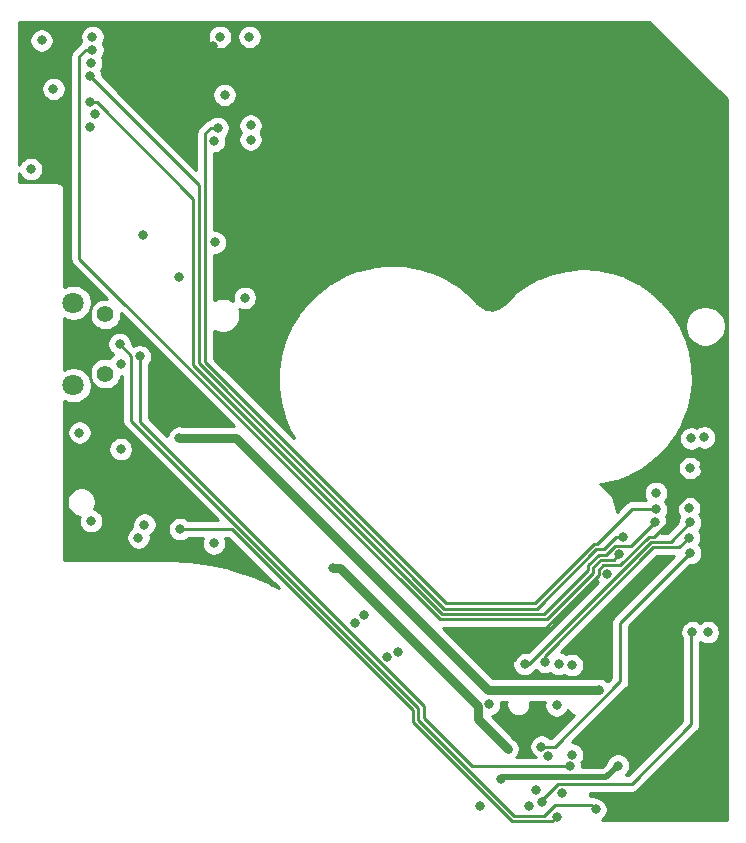
<source format=gbr>
G04 #@! TF.GenerationSoftware,KiCad,Pcbnew,5.1.6+dfsg1-1~bpo10+1*
G04 #@! TF.CreationDate,2021-03-28T20:23:35-04:00*
G04 #@! TF.ProjectId,RUSP_Daughterboard,52555350-5f44-4617-9567-68746572626f,rev?*
G04 #@! TF.SameCoordinates,Original*
G04 #@! TF.FileFunction,Copper,L3,Inr*
G04 #@! TF.FilePolarity,Positive*
%FSLAX46Y46*%
G04 Gerber Fmt 4.6, Leading zero omitted, Abs format (unit mm)*
G04 Created by KiCad (PCBNEW 5.1.6+dfsg1-1~bpo10+1) date 2021-03-28 20:23:35*
%MOMM*%
%LPD*%
G01*
G04 APERTURE LIST*
G04 #@! TA.AperFunction,ViaPad*
%ADD10C,1.408000*%
G04 #@! TD*
G04 #@! TA.AperFunction,ViaPad*
%ADD11C,1.800000*%
G04 #@! TD*
G04 #@! TA.AperFunction,ViaPad*
%ADD12C,0.800000*%
G04 #@! TD*
G04 #@! TA.AperFunction,Conductor*
%ADD13C,0.250000*%
G04 #@! TD*
G04 #@! TA.AperFunction,Conductor*
%ADD14C,0.500000*%
G04 #@! TD*
G04 #@! TA.AperFunction,Conductor*
%ADD15C,0.750000*%
G04 #@! TD*
G04 #@! TA.AperFunction,Conductor*
%ADD16C,0.254000*%
G04 #@! TD*
G04 APERTURE END LIST*
D10*
X125700000Y-99500000D03*
X125700000Y-94500000D03*
D11*
X123000000Y-100500000D03*
X123000000Y-93500000D03*
D12*
X119400000Y-82200000D03*
X120300000Y-71300000D03*
X121300000Y-75400000D03*
X175300000Y-105000000D03*
X176400000Y-104900000D03*
X176700000Y-121400000D03*
X135000000Y-88400000D03*
X124500000Y-112000000D03*
X129000000Y-112300000D03*
X146800000Y-120600000D03*
X149582053Y-123517947D03*
X168185640Y-116452629D03*
X165200000Y-124200000D03*
X127000000Y-98700000D03*
X123500000Y-104500000D03*
X175200000Y-114700000D03*
X162618761Y-131086265D03*
X175200000Y-112100000D03*
X161200000Y-124100000D03*
X134800000Y-71800000D03*
X175100000Y-109600000D03*
X176400000Y-107400000D03*
X131600000Y-102600000D03*
X160200000Y-123600000D03*
X161400000Y-130600000D03*
X124500000Y-73200000D03*
X137900000Y-71000000D03*
X138000000Y-78500000D03*
X172300000Y-109600000D03*
X175200000Y-107500000D03*
X138000000Y-79700000D03*
X159200000Y-133800000D03*
X169100000Y-132700000D03*
X124400000Y-74300000D03*
X169541292Y-113370609D03*
X124600000Y-72100000D03*
X169181336Y-114820523D03*
X163900000Y-127600000D03*
X135800000Y-75900000D03*
X124400000Y-76500000D03*
X172274990Y-112057161D03*
X124800000Y-77500000D03*
X172300000Y-111000000D03*
X135200000Y-78700000D03*
X175100000Y-110900000D03*
X164100000Y-124100000D03*
X164400000Y-134974990D03*
X131974994Y-91346359D03*
X128887660Y-87812340D03*
X128500000Y-113400000D03*
X163200000Y-131900000D03*
X163900000Y-137025010D03*
X132029325Y-112674990D03*
X147571375Y-119928625D03*
X150500000Y-123100000D03*
X162200000Y-134800000D03*
X134891226Y-113875129D03*
X162700000Y-135800000D03*
X175400000Y-121400000D03*
X127000000Y-105900000D03*
X158200000Y-127500000D03*
X128625010Y-98044751D03*
X165029557Y-132760166D03*
X126900000Y-97000000D03*
X167200000Y-136400000D03*
X157400000Y-136100000D03*
X161600000Y-136100000D03*
X124400000Y-78600000D03*
X134900000Y-79800000D03*
X124600000Y-71000000D03*
X135400000Y-71000000D03*
X137500000Y-93100000D03*
X165201292Y-131775010D03*
X145000000Y-116000000D03*
X159755211Y-131280531D03*
X131962261Y-104924990D03*
X167500000Y-126300000D03*
X175100000Y-113400000D03*
X162912653Y-123912653D03*
D13*
X163786737Y-131086265D02*
X169300000Y-125573002D01*
X162618761Y-131086265D02*
X163786737Y-131086265D01*
X169300000Y-120600000D02*
X175200000Y-114700000D01*
X169300000Y-125573002D02*
X169300000Y-120600000D01*
X175200000Y-112100000D02*
X173550011Y-113749989D01*
X173550011Y-113749989D02*
X171913600Y-113749989D01*
X161563589Y-124100000D02*
X161200000Y-124100000D01*
X171913600Y-113749989D02*
X161563589Y-124100000D01*
X172163611Y-113299978D02*
X171727200Y-113299978D01*
X171727200Y-113299978D02*
X169299550Y-115727628D01*
X169299550Y-115727628D02*
X167837639Y-115727628D01*
X167837639Y-115727628D02*
X167460639Y-116104628D01*
X167460639Y-116104628D02*
X167460639Y-116541039D01*
X167460639Y-116541039D02*
X160401678Y-123600000D01*
X175100000Y-109600000D02*
X173225001Y-111474999D01*
X160401678Y-123600000D02*
X160200000Y-123600000D01*
X173225001Y-112238588D02*
X172163611Y-113299978D01*
X173225001Y-111474999D02*
X173225001Y-112238588D01*
D14*
X168125021Y-133674979D02*
X169100000Y-132700000D01*
X159200000Y-133800000D02*
X159325021Y-133674979D01*
X159325021Y-133674979D02*
X168125021Y-133674979D01*
D13*
X168921835Y-113370609D02*
X169541292Y-113370609D01*
X167278439Y-114377595D02*
X167914849Y-114377595D01*
X167914849Y-114377595D02*
X168921835Y-113370609D01*
X133600023Y-83500023D02*
X133600023Y-98616437D01*
X133600023Y-98616437D02*
X154383542Y-119399956D01*
X162256078Y-119399956D02*
X167278439Y-114377595D01*
X124400000Y-74300000D02*
X133600023Y-83500023D01*
X154383542Y-119399956D02*
X162256078Y-119399956D01*
X167651239Y-115277617D02*
X168724242Y-115277617D01*
X167010628Y-116354639D02*
X167010628Y-115918228D01*
X154010743Y-120299978D02*
X163065289Y-120299978D01*
X123500000Y-72634315D02*
X123500000Y-89789235D01*
X163065289Y-120299978D02*
X167010628Y-116354639D01*
X168724242Y-115277617D02*
X169181336Y-114820523D01*
X167010628Y-115918228D02*
X167651239Y-115277617D01*
X123500000Y-89789235D02*
X154010743Y-120299978D01*
X124034315Y-72100000D02*
X123500000Y-72634315D01*
X124600000Y-72100000D02*
X124034315Y-72100000D01*
X167464839Y-114827606D02*
X168101249Y-114827606D01*
X168833334Y-114095521D02*
X169529338Y-114095521D01*
X169529338Y-114095521D02*
X169567413Y-114133596D01*
X154197143Y-119849967D02*
X162878889Y-119849967D01*
X133150012Y-98802836D02*
X154197143Y-119849967D01*
X170198555Y-114133596D02*
X172274990Y-112057161D01*
X169567413Y-114133596D02*
X170198555Y-114133596D01*
X166560617Y-115731828D02*
X167464839Y-114827606D01*
X168101249Y-114827606D02*
X168833334Y-114095521D01*
X124965685Y-76500000D02*
X133150012Y-84684327D01*
X124400000Y-76500000D02*
X124965685Y-76500000D01*
X162878889Y-119849967D02*
X166560617Y-116168239D01*
X166560617Y-116168239D02*
X166560617Y-115731828D01*
X133150012Y-84684327D02*
X133150012Y-98802836D01*
X154577771Y-118949945D02*
X134174999Y-98547173D01*
X134174999Y-98547173D02*
X134174999Y-79159316D01*
X134634315Y-78700000D02*
X135200000Y-78700000D01*
X172300000Y-111000000D02*
X170256035Y-111000000D01*
X170256035Y-111000000D02*
X167328451Y-113927584D01*
X162069678Y-118949945D02*
X154577771Y-118949945D01*
X134174999Y-79159316D02*
X134634315Y-78700000D01*
X167092039Y-113927584D02*
X162069678Y-118949945D01*
X167328451Y-113927584D02*
X167092039Y-113927584D01*
X151749981Y-129020803D02*
X151749980Y-127986390D01*
X160154187Y-137425009D02*
X151749981Y-129020803D01*
X163900000Y-137025010D02*
X163500001Y-137425009D01*
X136438580Y-112674990D02*
X132029325Y-112674990D01*
X151749980Y-127986390D02*
X136438580Y-112674990D01*
X163500001Y-137425009D02*
X160154187Y-137425009D01*
X175300000Y-129199978D02*
X175300000Y-121500000D01*
X170249989Y-134249989D02*
X175300000Y-129199978D01*
X175300000Y-121500000D02*
X175400000Y-121400000D01*
X164051999Y-134249989D02*
X170249989Y-134249989D01*
X162700000Y-135800000D02*
X162700000Y-135601988D01*
X162700000Y-135601988D02*
X164051999Y-134249989D01*
X156762164Y-132760166D02*
X165029557Y-132760166D01*
X128625010Y-98044751D02*
X128625010Y-103588598D01*
X152649999Y-127613587D02*
X152649999Y-128648001D01*
X128625010Y-103588598D02*
X152649999Y-127613587D01*
X152649999Y-128648001D02*
X156762164Y-132760166D01*
X166800001Y-136000001D02*
X167200000Y-136400000D01*
X162875020Y-136924980D02*
X163799999Y-136000001D01*
X127900000Y-98000000D02*
X127900000Y-103500000D01*
X152199989Y-127799989D02*
X152199990Y-128834402D01*
X163799999Y-136000001D02*
X166800001Y-136000001D01*
X160290568Y-136924980D02*
X162875020Y-136924980D01*
X127900000Y-103500000D02*
X152199989Y-127799989D01*
X126900000Y-97000000D02*
X127900000Y-98000000D01*
X152199990Y-128834402D02*
X160290568Y-136924980D01*
D15*
X145565685Y-116000000D02*
X157224995Y-127659310D01*
X145000000Y-116000000D02*
X145565685Y-116000000D01*
X157224995Y-128750315D02*
X159755211Y-131280531D01*
X157224995Y-127659310D02*
X157224995Y-128750315D01*
X136724990Y-104924990D02*
X158100000Y-126300000D01*
X158100000Y-126300000D02*
X167500000Y-126300000D01*
X131962261Y-104924990D02*
X136724990Y-104924990D01*
D13*
X162912653Y-123387347D02*
X162912653Y-123912653D01*
X174300000Y-114200000D02*
X172100000Y-114200000D01*
X175100000Y-113400000D02*
X174300000Y-114200000D01*
X172100000Y-114200000D02*
X162912653Y-123387347D01*
D16*
G36*
X178290000Y-76294092D02*
G01*
X178290001Y-137290000D01*
X167730971Y-137290000D01*
X167859774Y-137203937D01*
X168003937Y-137059774D01*
X168117205Y-136890256D01*
X168195226Y-136701898D01*
X168235000Y-136501939D01*
X168235000Y-136298061D01*
X168195226Y-136098102D01*
X168117205Y-135909744D01*
X168003937Y-135740226D01*
X167859774Y-135596063D01*
X167690256Y-135482795D01*
X167501898Y-135404774D01*
X167301939Y-135365000D01*
X167224226Y-135365000D01*
X167092248Y-135294455D01*
X166948987Y-135250998D01*
X166837334Y-135240001D01*
X166837323Y-135240001D01*
X166800001Y-135236325D01*
X166762679Y-135240001D01*
X166755000Y-135240001D01*
X166755000Y-135100031D01*
X166737089Y-135009989D01*
X170212667Y-135009989D01*
X170249989Y-135013665D01*
X170287311Y-135009989D01*
X170287322Y-135009989D01*
X170398975Y-134998992D01*
X170542236Y-134955535D01*
X170674265Y-134884963D01*
X170789990Y-134789990D01*
X170813793Y-134760986D01*
X175811004Y-129763776D01*
X175840001Y-129739979D01*
X175882703Y-129687947D01*
X175934974Y-129624255D01*
X176005546Y-129492225D01*
X176019847Y-129445079D01*
X176049003Y-129348964D01*
X176060000Y-129237311D01*
X176060000Y-129237302D01*
X176063676Y-129199979D01*
X176060000Y-129162656D01*
X176060000Y-122217150D01*
X176209744Y-122317205D01*
X176398102Y-122395226D01*
X176598061Y-122435000D01*
X176801939Y-122435000D01*
X177001898Y-122395226D01*
X177190256Y-122317205D01*
X177359774Y-122203937D01*
X177503937Y-122059774D01*
X177617205Y-121890256D01*
X177695226Y-121701898D01*
X177735000Y-121501939D01*
X177735000Y-121298061D01*
X177695226Y-121098102D01*
X177617205Y-120909744D01*
X177503937Y-120740226D01*
X177359774Y-120596063D01*
X177190256Y-120482795D01*
X177001898Y-120404774D01*
X176801939Y-120365000D01*
X176598061Y-120365000D01*
X176398102Y-120404774D01*
X176209744Y-120482795D01*
X176050000Y-120589532D01*
X175890256Y-120482795D01*
X175701898Y-120404774D01*
X175501939Y-120365000D01*
X175298061Y-120365000D01*
X175098102Y-120404774D01*
X174909744Y-120482795D01*
X174740226Y-120596063D01*
X174596063Y-120740226D01*
X174482795Y-120909744D01*
X174404774Y-121098102D01*
X174365000Y-121298061D01*
X174365000Y-121501939D01*
X174404774Y-121701898D01*
X174482795Y-121890256D01*
X174540001Y-121975871D01*
X174540000Y-128885176D01*
X169935188Y-133489989D01*
X169773722Y-133489989D01*
X169903937Y-133359774D01*
X170017205Y-133190256D01*
X170095226Y-133001898D01*
X170135000Y-132801939D01*
X170135000Y-132598061D01*
X170095226Y-132398102D01*
X170017205Y-132209744D01*
X169903937Y-132040226D01*
X169759774Y-131896063D01*
X169590256Y-131782795D01*
X169401898Y-131704774D01*
X169201939Y-131665000D01*
X168998061Y-131665000D01*
X168798102Y-131704774D01*
X168609744Y-131782795D01*
X168440226Y-131896063D01*
X168296063Y-132040226D01*
X168182795Y-132209744D01*
X168104774Y-132398102D01*
X168093465Y-132454956D01*
X167758443Y-132789979D01*
X166064557Y-132789979D01*
X166064557Y-132658227D01*
X166024783Y-132458268D01*
X166011295Y-132425705D01*
X166118497Y-132265266D01*
X166196518Y-132076908D01*
X166236292Y-131876949D01*
X166236292Y-131673071D01*
X166196518Y-131473112D01*
X166118497Y-131284754D01*
X166005229Y-131115236D01*
X165861066Y-130971073D01*
X165691548Y-130857805D01*
X165503190Y-130779784D01*
X165303231Y-130740010D01*
X165207793Y-130740010D01*
X169811004Y-126136800D01*
X169840001Y-126113003D01*
X169934974Y-125997278D01*
X170005546Y-125865249D01*
X170049003Y-125721988D01*
X170060000Y-125610335D01*
X170060000Y-125610326D01*
X170063676Y-125573003D01*
X170060000Y-125535680D01*
X170060000Y-120914801D01*
X175239802Y-115735000D01*
X175301939Y-115735000D01*
X175501898Y-115695226D01*
X175690256Y-115617205D01*
X175859774Y-115503937D01*
X176003937Y-115359774D01*
X176117205Y-115190256D01*
X176195226Y-115001898D01*
X176235000Y-114801939D01*
X176235000Y-114598061D01*
X176195226Y-114398102D01*
X176117205Y-114209744D01*
X176003937Y-114040226D01*
X175951821Y-113988110D01*
X176017205Y-113890256D01*
X176095226Y-113701898D01*
X176135000Y-113501939D01*
X176135000Y-113298061D01*
X176095226Y-113098102D01*
X176017205Y-112909744D01*
X175951821Y-112811890D01*
X176003937Y-112759774D01*
X176117205Y-112590256D01*
X176195226Y-112401898D01*
X176235000Y-112201939D01*
X176235000Y-111998061D01*
X176195226Y-111798102D01*
X176117205Y-111609744D01*
X176003937Y-111440226D01*
X175991875Y-111428164D01*
X176017205Y-111390256D01*
X176095226Y-111201898D01*
X176135000Y-111001939D01*
X176135000Y-110798061D01*
X176095226Y-110598102D01*
X176017205Y-110409744D01*
X175903937Y-110240226D01*
X175759774Y-110096063D01*
X175590256Y-109982795D01*
X175401898Y-109904774D01*
X175201939Y-109865000D01*
X174998061Y-109865000D01*
X174798102Y-109904774D01*
X174609744Y-109982795D01*
X174440226Y-110096063D01*
X174296063Y-110240226D01*
X174182795Y-110409744D01*
X174104774Y-110598102D01*
X174065000Y-110798061D01*
X174065000Y-111001939D01*
X174104774Y-111201898D01*
X174182795Y-111390256D01*
X174296063Y-111559774D01*
X174308125Y-111571836D01*
X174282795Y-111609744D01*
X174204774Y-111798102D01*
X174165000Y-111998061D01*
X174165000Y-112060198D01*
X173235210Y-112989989D01*
X172727529Y-112989989D01*
X172765246Y-112974366D01*
X172934764Y-112861098D01*
X173078927Y-112716935D01*
X173192195Y-112547417D01*
X173270216Y-112359059D01*
X173309990Y-112159100D01*
X173309990Y-111955222D01*
X173270216Y-111755263D01*
X173192195Y-111566905D01*
X173179092Y-111547296D01*
X173217205Y-111490256D01*
X173295226Y-111301898D01*
X173335000Y-111101939D01*
X173335000Y-110898061D01*
X173295226Y-110698102D01*
X173217205Y-110509744D01*
X173103937Y-110340226D01*
X173063711Y-110300000D01*
X173103937Y-110259774D01*
X173217205Y-110090256D01*
X173295226Y-109901898D01*
X173335000Y-109701939D01*
X173335000Y-109498061D01*
X173295226Y-109298102D01*
X173217205Y-109109744D01*
X173103937Y-108940226D01*
X172959774Y-108796063D01*
X172790256Y-108682795D01*
X172601898Y-108604774D01*
X172401939Y-108565000D01*
X172198061Y-108565000D01*
X171998102Y-108604774D01*
X171809744Y-108682795D01*
X171640226Y-108796063D01*
X171496063Y-108940226D01*
X171382795Y-109109744D01*
X171304774Y-109298102D01*
X171265000Y-109498061D01*
X171265000Y-109701939D01*
X171304774Y-109901898D01*
X171382795Y-110090256D01*
X171482850Y-110240000D01*
X170293357Y-110240000D01*
X170256035Y-110236324D01*
X170218712Y-110240000D01*
X170218702Y-110240000D01*
X170107049Y-110250997D01*
X169963788Y-110294454D01*
X169831758Y-110365026D01*
X169777270Y-110409744D01*
X169716034Y-110459999D01*
X169692236Y-110488997D01*
X168989650Y-111191583D01*
X168989650Y-111101909D01*
X168875682Y-110528952D01*
X168652125Y-109989238D01*
X168327571Y-109503508D01*
X167914492Y-109090429D01*
X167615640Y-108890743D01*
X167693661Y-108883135D01*
X167737687Y-108875792D01*
X167781684Y-108868927D01*
X167788927Y-108867246D01*
X168913357Y-108600011D01*
X168955969Y-108586764D01*
X168998638Y-108573988D01*
X169005571Y-108571344D01*
X169005585Y-108571340D01*
X169005597Y-108571334D01*
X170083344Y-108153974D01*
X170123770Y-108135063D01*
X170164303Y-108116618D01*
X170170827Y-108113051D01*
X171181971Y-107553279D01*
X171219422Y-107529079D01*
X171257113Y-107505281D01*
X171263092Y-107500862D01*
X171400663Y-107398061D01*
X174165000Y-107398061D01*
X174165000Y-107601939D01*
X174204774Y-107801898D01*
X174282795Y-107990256D01*
X174396063Y-108159774D01*
X174540226Y-108303937D01*
X174709744Y-108417205D01*
X174898102Y-108495226D01*
X175098061Y-108535000D01*
X175301939Y-108535000D01*
X175501898Y-108495226D01*
X175690256Y-108417205D01*
X175859774Y-108303937D01*
X176003937Y-108159774D01*
X176117205Y-107990256D01*
X176195226Y-107801898D01*
X176235000Y-107601939D01*
X176235000Y-107398061D01*
X176195226Y-107198102D01*
X176117205Y-107009744D01*
X176003937Y-106840226D01*
X175859774Y-106696063D01*
X175690256Y-106582795D01*
X175501898Y-106504774D01*
X175301939Y-106465000D01*
X175098061Y-106465000D01*
X174898102Y-106504774D01*
X174709744Y-106582795D01*
X174540226Y-106696063D01*
X174396063Y-106840226D01*
X174282795Y-107009744D01*
X174204774Y-107198102D01*
X174165000Y-107398061D01*
X171400663Y-107398061D01*
X172188911Y-106809040D01*
X172222773Y-106779946D01*
X172256842Y-106751289D01*
X172262159Y-106746106D01*
X172262167Y-106746099D01*
X172262174Y-106746091D01*
X173085530Y-105935030D01*
X173115152Y-105901584D01*
X173144995Y-105868593D01*
X173149566Y-105862729D01*
X173855235Y-104947422D01*
X173880019Y-104910303D01*
X173888379Y-104898061D01*
X174265000Y-104898061D01*
X174265000Y-105101939D01*
X174304774Y-105301898D01*
X174382795Y-105490256D01*
X174496063Y-105659774D01*
X174640226Y-105803937D01*
X174809744Y-105917205D01*
X174998102Y-105995226D01*
X175198061Y-106035000D01*
X175401939Y-106035000D01*
X175601898Y-105995226D01*
X175790256Y-105917205D01*
X175928370Y-105824920D01*
X176098102Y-105895226D01*
X176298061Y-105935000D01*
X176501939Y-105935000D01*
X176701898Y-105895226D01*
X176890256Y-105817205D01*
X177059774Y-105703937D01*
X177203937Y-105559774D01*
X177317205Y-105390256D01*
X177395226Y-105201898D01*
X177435000Y-105001939D01*
X177435000Y-104798061D01*
X177395226Y-104598102D01*
X177317205Y-104409744D01*
X177203937Y-104240226D01*
X177059774Y-104096063D01*
X176890256Y-103982795D01*
X176701898Y-103904774D01*
X176501939Y-103865000D01*
X176298061Y-103865000D01*
X176098102Y-103904774D01*
X175909744Y-103982795D01*
X175771630Y-104075080D01*
X175601898Y-104004774D01*
X175401939Y-103965000D01*
X175198061Y-103965000D01*
X174998102Y-104004774D01*
X174809744Y-104082795D01*
X174640226Y-104196063D01*
X174496063Y-104340226D01*
X174382795Y-104509744D01*
X174304774Y-104698102D01*
X174265000Y-104898061D01*
X173888379Y-104898061D01*
X173905133Y-104873530D01*
X173908866Y-104867099D01*
X174483786Y-103864489D01*
X174503284Y-103824389D01*
X174523195Y-103784509D01*
X174526020Y-103777631D01*
X174959550Y-102706273D01*
X174973443Y-102663843D01*
X174987739Y-102621684D01*
X174989605Y-102614487D01*
X175273724Y-101494204D01*
X175281719Y-101450342D01*
X175290173Y-101406572D01*
X175291044Y-101399188D01*
X175420495Y-100250710D01*
X175422462Y-100206206D01*
X175424899Y-100161656D01*
X175424760Y-100154222D01*
X175397146Y-98998802D01*
X175393051Y-98954399D01*
X175389423Y-98909976D01*
X175388277Y-98902630D01*
X175204111Y-97761647D01*
X175194017Y-97718165D01*
X175184404Y-97674690D01*
X175182275Y-97667582D01*
X175182272Y-97667567D01*
X175182267Y-97667554D01*
X174844959Y-96562135D01*
X174829067Y-96520449D01*
X174813633Y-96478657D01*
X174810554Y-96471889D01*
X174326340Y-95422465D01*
X174304929Y-95383307D01*
X174283974Y-95344010D01*
X174280005Y-95337723D01*
X174274508Y-95329117D01*
X174765000Y-95329117D01*
X174765000Y-95670883D01*
X174831675Y-96006081D01*
X174962463Y-96321831D01*
X175152337Y-96605998D01*
X175394002Y-96847663D01*
X175678169Y-97037537D01*
X175993919Y-97168325D01*
X176329117Y-97235000D01*
X176670883Y-97235000D01*
X177006081Y-97168325D01*
X177321831Y-97037537D01*
X177605998Y-96847663D01*
X177847663Y-96605998D01*
X178037537Y-96321831D01*
X178168325Y-96006081D01*
X178235000Y-95670883D01*
X178235000Y-95329117D01*
X178168325Y-94993919D01*
X178037537Y-94678169D01*
X177847663Y-94394002D01*
X177605998Y-94152337D01*
X177321831Y-93962463D01*
X177006081Y-93831675D01*
X176670883Y-93765000D01*
X176329117Y-93765000D01*
X175993919Y-93831675D01*
X175678169Y-93962463D01*
X175394002Y-94152337D01*
X175152337Y-94394002D01*
X174962463Y-94678169D01*
X174831675Y-94993919D01*
X174765000Y-95329117D01*
X174274508Y-95329117D01*
X173657846Y-94363722D01*
X173631328Y-94327844D01*
X173605225Y-94291743D01*
X173600439Y-94286053D01*
X172851850Y-93405501D01*
X172820720Y-93373566D01*
X172789947Y-93341329D01*
X172784433Y-93336342D01*
X171923266Y-92565532D01*
X171888104Y-92538128D01*
X171853227Y-92510355D01*
X171847087Y-92506162D01*
X170889276Y-91859357D01*
X170850708Y-91836972D01*
X170812396Y-91814196D01*
X170805744Y-91810875D01*
X169769013Y-91300045D01*
X169727750Y-91283096D01*
X169686716Y-91265736D01*
X169679675Y-91263348D01*
X168583209Y-90897944D01*
X168540045Y-90886756D01*
X168497016Y-90875121D01*
X168489716Y-90873711D01*
X167353804Y-90660497D01*
X167309484Y-90655266D01*
X167265312Y-90649583D01*
X167257888Y-90649176D01*
X166103549Y-90592094D01*
X166058924Y-90592927D01*
X166014394Y-90593291D01*
X166006983Y-90593896D01*
X164855577Y-90694005D01*
X164811481Y-90700886D01*
X164767411Y-90707291D01*
X164760153Y-90708895D01*
X164760147Y-90708897D01*
X163632984Y-90964341D01*
X163590291Y-90977124D01*
X163547435Y-90989469D01*
X163540460Y-90992045D01*
X162458390Y-91398102D01*
X162417774Y-91416585D01*
X162377044Y-91434608D01*
X162370483Y-91438106D01*
X161353533Y-91987259D01*
X161315807Y-92011079D01*
X161277892Y-92034468D01*
X161271867Y-92038824D01*
X160338854Y-92720913D01*
X160304705Y-92749637D01*
X160270321Y-92777950D01*
X160264952Y-92783076D01*
X160264943Y-92783083D01*
X160264936Y-92783091D01*
X159439178Y-93579654D01*
X159194350Y-93804852D01*
X158962632Y-93946341D01*
X158707855Y-94040123D01*
X158439710Y-94082635D01*
X158168414Y-94072253D01*
X157904298Y-94009374D01*
X157657432Y-93896395D01*
X157436113Y-93736825D01*
X157212365Y-93498756D01*
X157209465Y-93496219D01*
X157203178Y-93489162D01*
X156685928Y-92959039D01*
X156681507Y-92955071D01*
X156677566Y-92950610D01*
X156629806Y-92907386D01*
X155709903Y-92147834D01*
X155697823Y-92139139D01*
X155686580Y-92129384D01*
X155633523Y-92092856D01*
X154621245Y-91461640D01*
X154608121Y-91454619D01*
X154595687Y-91446437D01*
X154538265Y-91417247D01*
X153451398Y-90925456D01*
X153437466Y-90920234D01*
X153424054Y-90913766D01*
X153363276Y-90892427D01*
X152220912Y-90548701D01*
X152206406Y-90545367D01*
X152192262Y-90540731D01*
X152129196Y-90527618D01*
X150951409Y-90337996D01*
X150936587Y-90336609D01*
X150921955Y-90333885D01*
X150857709Y-90329227D01*
X149665189Y-90297041D01*
X149650310Y-90297627D01*
X149635451Y-90296862D01*
X149571153Y-90300743D01*
X148384852Y-90426558D01*
X148370195Y-90429104D01*
X148355352Y-90430312D01*
X148292140Y-90442661D01*
X148292131Y-90442663D01*
X148292128Y-90442664D01*
X147132892Y-90724268D01*
X147118692Y-90728733D01*
X147104146Y-90731892D01*
X147043115Y-90752495D01*
X145931302Y-91184944D01*
X145917814Y-91191249D01*
X145903818Y-91196303D01*
X145846047Y-91224797D01*
X144801196Y-91800492D01*
X144788667Y-91808521D01*
X144775456Y-91815385D01*
X144721962Y-91851269D01*
X143762428Y-92560094D01*
X143751070Y-92569710D01*
X143738883Y-92578261D01*
X143690605Y-92620905D01*
X142833246Y-93450408D01*
X142823255Y-93461447D01*
X142812311Y-93471530D01*
X142770096Y-93520185D01*
X142029977Y-94455792D01*
X142021536Y-94468052D01*
X142012019Y-94479497D01*
X141976625Y-94533285D01*
X141976610Y-94533307D01*
X141976607Y-94533314D01*
X141366732Y-95558582D01*
X141359985Y-95571854D01*
X141352068Y-95584453D01*
X141324087Y-95642474D01*
X140855165Y-96739402D01*
X140850234Y-96753447D01*
X140844051Y-96766985D01*
X140823989Y-96828197D01*
X140504262Y-97977508D01*
X140501233Y-97992077D01*
X140496893Y-98006319D01*
X140485104Y-98069646D01*
X140320190Y-99251147D01*
X140319114Y-99265994D01*
X140316697Y-99280678D01*
X140313386Y-99345009D01*
X140306181Y-100537941D01*
X140307078Y-100552797D01*
X140306624Y-100567676D01*
X140311851Y-100631879D01*
X140462483Y-101815285D01*
X140465337Y-101829893D01*
X140466855Y-101844700D01*
X140480526Y-101907648D01*
X140786348Y-103060737D01*
X140791106Y-103074832D01*
X140794571Y-103089316D01*
X140816448Y-103149902D01*
X141272087Y-104252414D01*
X141278670Y-104265760D01*
X141284018Y-104279654D01*
X141313716Y-104336815D01*
X141690316Y-104987689D01*
X134934999Y-98232372D01*
X134934999Y-95886587D01*
X134941589Y-95890990D01*
X135211842Y-96002932D01*
X135498740Y-96060000D01*
X135791260Y-96060000D01*
X136078158Y-96002932D01*
X136348411Y-95890990D01*
X136591632Y-95728475D01*
X136798475Y-95521632D01*
X136960990Y-95278411D01*
X137072932Y-95008158D01*
X137130000Y-94721260D01*
X137130000Y-94428740D01*
X137072932Y-94141842D01*
X137023700Y-94022986D01*
X137198102Y-94095226D01*
X137398061Y-94135000D01*
X137601939Y-94135000D01*
X137801898Y-94095226D01*
X137990256Y-94017205D01*
X138159774Y-93903937D01*
X138303937Y-93759774D01*
X138417205Y-93590256D01*
X138495226Y-93401898D01*
X138535000Y-93201939D01*
X138535000Y-92998061D01*
X138495226Y-92798102D01*
X138417205Y-92609744D01*
X138303937Y-92440226D01*
X138159774Y-92296063D01*
X137990256Y-92182795D01*
X137801898Y-92104774D01*
X137601939Y-92065000D01*
X137398061Y-92065000D01*
X137198102Y-92104774D01*
X137009744Y-92182795D01*
X136840226Y-92296063D01*
X136696063Y-92440226D01*
X136582795Y-92609744D01*
X136504774Y-92798102D01*
X136465000Y-92998061D01*
X136465000Y-93201939D01*
X136495963Y-93357601D01*
X136348411Y-93259010D01*
X136078158Y-93147068D01*
X135791260Y-93090000D01*
X135498740Y-93090000D01*
X135211842Y-93147068D01*
X134941589Y-93259010D01*
X134934999Y-93263413D01*
X134934999Y-89435000D01*
X135101939Y-89435000D01*
X135301898Y-89395226D01*
X135490256Y-89317205D01*
X135659774Y-89203937D01*
X135803937Y-89059774D01*
X135917205Y-88890256D01*
X135995226Y-88701898D01*
X136035000Y-88501939D01*
X136035000Y-88298061D01*
X135995226Y-88098102D01*
X135917205Y-87909744D01*
X135803937Y-87740226D01*
X135659774Y-87596063D01*
X135490256Y-87482795D01*
X135301898Y-87404774D01*
X135101939Y-87365000D01*
X134934999Y-87365000D01*
X134934999Y-80835000D01*
X135001939Y-80835000D01*
X135201898Y-80795226D01*
X135390256Y-80717205D01*
X135559774Y-80603937D01*
X135703937Y-80459774D01*
X135817205Y-80290256D01*
X135895226Y-80101898D01*
X135935000Y-79901939D01*
X135935000Y-79698061D01*
X135895226Y-79498102D01*
X135886551Y-79477160D01*
X136003937Y-79359774D01*
X136117205Y-79190256D01*
X136195226Y-79001898D01*
X136235000Y-78801939D01*
X136235000Y-78598061D01*
X136195226Y-78398102D01*
X136195210Y-78398061D01*
X136965000Y-78398061D01*
X136965000Y-78601939D01*
X137004774Y-78801898D01*
X137082795Y-78990256D01*
X137156123Y-79100000D01*
X137082795Y-79209744D01*
X137004774Y-79398102D01*
X136965000Y-79598061D01*
X136965000Y-79801939D01*
X137004774Y-80001898D01*
X137082795Y-80190256D01*
X137196063Y-80359774D01*
X137340226Y-80503937D01*
X137509744Y-80617205D01*
X137698102Y-80695226D01*
X137898061Y-80735000D01*
X138101939Y-80735000D01*
X138301898Y-80695226D01*
X138490256Y-80617205D01*
X138659774Y-80503937D01*
X138803937Y-80359774D01*
X138917205Y-80190256D01*
X138995226Y-80001898D01*
X139035000Y-79801939D01*
X139035000Y-79598061D01*
X138995226Y-79398102D01*
X138917205Y-79209744D01*
X138843877Y-79100000D01*
X138917205Y-78990256D01*
X138995226Y-78801898D01*
X139035000Y-78601939D01*
X139035000Y-78398061D01*
X138995226Y-78198102D01*
X138917205Y-78009744D01*
X138803937Y-77840226D01*
X138659774Y-77696063D01*
X138490256Y-77582795D01*
X138301898Y-77504774D01*
X138101939Y-77465000D01*
X137898061Y-77465000D01*
X137698102Y-77504774D01*
X137509744Y-77582795D01*
X137340226Y-77696063D01*
X137196063Y-77840226D01*
X137082795Y-78009744D01*
X137004774Y-78198102D01*
X136965000Y-78398061D01*
X136195210Y-78398061D01*
X136117205Y-78209744D01*
X136003937Y-78040226D01*
X135859774Y-77896063D01*
X135690256Y-77782795D01*
X135501898Y-77704774D01*
X135301939Y-77665000D01*
X135098061Y-77665000D01*
X134898102Y-77704774D01*
X134709744Y-77782795D01*
X134540226Y-77896063D01*
X134485276Y-77951013D01*
X134342068Y-77994454D01*
X134210038Y-78065026D01*
X134167461Y-78099969D01*
X134094314Y-78159999D01*
X134070511Y-78189003D01*
X133663997Y-78595517D01*
X133634999Y-78619315D01*
X133611201Y-78648313D01*
X133611200Y-78648314D01*
X133540025Y-78735040D01*
X133469453Y-78867070D01*
X133439179Y-78966874D01*
X133425997Y-79010330D01*
X133418125Y-79090256D01*
X133411323Y-79159316D01*
X133415000Y-79196649D01*
X133415000Y-82240198D01*
X126972863Y-75798061D01*
X134765000Y-75798061D01*
X134765000Y-76001939D01*
X134804774Y-76201898D01*
X134882795Y-76390256D01*
X134996063Y-76559774D01*
X135140226Y-76703937D01*
X135309744Y-76817205D01*
X135498102Y-76895226D01*
X135698061Y-76935000D01*
X135901939Y-76935000D01*
X136101898Y-76895226D01*
X136290256Y-76817205D01*
X136459774Y-76703937D01*
X136603937Y-76559774D01*
X136717205Y-76390256D01*
X136795226Y-76201898D01*
X136835000Y-76001939D01*
X136835000Y-75798061D01*
X136795226Y-75598102D01*
X136717205Y-75409744D01*
X136603937Y-75240226D01*
X136459774Y-75096063D01*
X136290256Y-74982795D01*
X136101898Y-74904774D01*
X135901939Y-74865000D01*
X135698061Y-74865000D01*
X135498102Y-74904774D01*
X135309744Y-74982795D01*
X135140226Y-75096063D01*
X134996063Y-75240226D01*
X134882795Y-75409744D01*
X134804774Y-75598102D01*
X134765000Y-75798061D01*
X126972863Y-75798061D01*
X125435000Y-74260199D01*
X125435000Y-74198061D01*
X125395226Y-73998102D01*
X125324920Y-73828370D01*
X125417205Y-73690256D01*
X125495226Y-73501898D01*
X125535000Y-73301939D01*
X125535000Y-73098061D01*
X125495226Y-72898102D01*
X125424920Y-72728370D01*
X125517205Y-72590256D01*
X125595226Y-72401898D01*
X125635000Y-72201939D01*
X125635000Y-71998061D01*
X125595226Y-71798102D01*
X125517205Y-71609744D01*
X125477285Y-71550000D01*
X125517205Y-71490256D01*
X125595226Y-71301898D01*
X125635000Y-71101939D01*
X125635000Y-70898061D01*
X134365000Y-70898061D01*
X134365000Y-71101939D01*
X134404774Y-71301898D01*
X134482795Y-71490256D01*
X134596063Y-71659774D01*
X134740226Y-71803937D01*
X134909744Y-71917205D01*
X135098102Y-71995226D01*
X135298061Y-72035000D01*
X135501939Y-72035000D01*
X135701898Y-71995226D01*
X135890256Y-71917205D01*
X136059774Y-71803937D01*
X136203937Y-71659774D01*
X136317205Y-71490256D01*
X136395226Y-71301898D01*
X136435000Y-71101939D01*
X136435000Y-70898061D01*
X136865000Y-70898061D01*
X136865000Y-71101939D01*
X136904774Y-71301898D01*
X136982795Y-71490256D01*
X137096063Y-71659774D01*
X137240226Y-71803937D01*
X137409744Y-71917205D01*
X137598102Y-71995226D01*
X137798061Y-72035000D01*
X138001939Y-72035000D01*
X138201898Y-71995226D01*
X138390256Y-71917205D01*
X138559774Y-71803937D01*
X138703937Y-71659774D01*
X138817205Y-71490256D01*
X138895226Y-71301898D01*
X138935000Y-71101939D01*
X138935000Y-70898061D01*
X138895226Y-70698102D01*
X138817205Y-70509744D01*
X138703937Y-70340226D01*
X138559774Y-70196063D01*
X138390256Y-70082795D01*
X138201898Y-70004774D01*
X138001939Y-69965000D01*
X137798061Y-69965000D01*
X137598102Y-70004774D01*
X137409744Y-70082795D01*
X137240226Y-70196063D01*
X137096063Y-70340226D01*
X136982795Y-70509744D01*
X136904774Y-70698102D01*
X136865000Y-70898061D01*
X136435000Y-70898061D01*
X136395226Y-70698102D01*
X136317205Y-70509744D01*
X136203937Y-70340226D01*
X136059774Y-70196063D01*
X135890256Y-70082795D01*
X135701898Y-70004774D01*
X135501939Y-69965000D01*
X135298061Y-69965000D01*
X135098102Y-70004774D01*
X134909744Y-70082795D01*
X134740226Y-70196063D01*
X134596063Y-70340226D01*
X134482795Y-70509744D01*
X134404774Y-70698102D01*
X134365000Y-70898061D01*
X125635000Y-70898061D01*
X125595226Y-70698102D01*
X125517205Y-70509744D01*
X125403937Y-70340226D01*
X125259774Y-70196063D01*
X125090256Y-70082795D01*
X124901898Y-70004774D01*
X124701939Y-69965000D01*
X124498061Y-69965000D01*
X124298102Y-70004774D01*
X124109744Y-70082795D01*
X123940226Y-70196063D01*
X123796063Y-70340226D01*
X123682795Y-70509744D01*
X123604774Y-70698102D01*
X123565000Y-70898061D01*
X123565000Y-71101939D01*
X123604774Y-71301898D01*
X123661050Y-71437760D01*
X123610039Y-71465026D01*
X123494314Y-71559999D01*
X123470515Y-71588998D01*
X122989002Y-72070512D01*
X122959999Y-72094314D01*
X122904871Y-72161489D01*
X122865026Y-72210039D01*
X122794455Y-72342068D01*
X122794454Y-72342069D01*
X122750997Y-72485330D01*
X122740000Y-72596983D01*
X122740000Y-72596993D01*
X122736324Y-72634315D01*
X122740000Y-72671637D01*
X122740001Y-89751902D01*
X122736324Y-89789235D01*
X122750998Y-89938220D01*
X122794454Y-90081481D01*
X122865026Y-90213511D01*
X122933431Y-90296862D01*
X122960000Y-90329236D01*
X122988998Y-90353034D01*
X125796964Y-93161000D01*
X125568120Y-93161000D01*
X125309428Y-93212457D01*
X125065746Y-93313393D01*
X124846437Y-93459931D01*
X124659931Y-93646437D01*
X124513393Y-93865746D01*
X124412457Y-94109428D01*
X124361000Y-94368120D01*
X124361000Y-94631880D01*
X124412457Y-94890572D01*
X124513393Y-95134254D01*
X124659931Y-95353563D01*
X124846437Y-95540069D01*
X125065746Y-95686607D01*
X125309428Y-95787543D01*
X125568120Y-95839000D01*
X125831880Y-95839000D01*
X126090572Y-95787543D01*
X126334254Y-95686607D01*
X126553563Y-95540069D01*
X126740069Y-95353563D01*
X126886607Y-95134254D01*
X126987543Y-94890572D01*
X127039000Y-94631880D01*
X127039000Y-94403036D01*
X136550954Y-103914990D01*
X132189884Y-103914990D01*
X132064200Y-103889990D01*
X131860322Y-103889990D01*
X131660363Y-103929764D01*
X131472005Y-104007785D01*
X131302487Y-104121053D01*
X131158324Y-104265216D01*
X131045056Y-104434734D01*
X130967035Y-104623092D01*
X130928423Y-104817210D01*
X129385010Y-103273797D01*
X129385010Y-98748462D01*
X129428947Y-98704525D01*
X129542215Y-98535007D01*
X129620236Y-98346649D01*
X129660010Y-98146690D01*
X129660010Y-97942812D01*
X129620236Y-97742853D01*
X129542215Y-97554495D01*
X129428947Y-97384977D01*
X129284784Y-97240814D01*
X129115266Y-97127546D01*
X128926908Y-97049525D01*
X128726949Y-97009751D01*
X128523071Y-97009751D01*
X128323112Y-97049525D01*
X128134754Y-97127546D01*
X128115328Y-97140526D01*
X127935000Y-96960199D01*
X127935000Y-96898061D01*
X127895226Y-96698102D01*
X127817205Y-96509744D01*
X127703937Y-96340226D01*
X127559774Y-96196063D01*
X127390256Y-96082795D01*
X127201898Y-96004774D01*
X127001939Y-95965000D01*
X126798061Y-95965000D01*
X126598102Y-96004774D01*
X126409744Y-96082795D01*
X126240226Y-96196063D01*
X126096063Y-96340226D01*
X125982795Y-96509744D01*
X125904774Y-96698102D01*
X125865000Y-96898061D01*
X125865000Y-97101939D01*
X125904774Y-97301898D01*
X125982795Y-97490256D01*
X126096063Y-97659774D01*
X126240226Y-97803937D01*
X126359164Y-97883409D01*
X126340226Y-97896063D01*
X126196063Y-98040226D01*
X126082795Y-98209744D01*
X126082349Y-98210821D01*
X125831880Y-98161000D01*
X125568120Y-98161000D01*
X125309428Y-98212457D01*
X125065746Y-98313393D01*
X124846437Y-98459931D01*
X124659931Y-98646437D01*
X124513393Y-98865746D01*
X124412457Y-99109428D01*
X124361000Y-99368120D01*
X124361000Y-99631880D01*
X124412457Y-99890572D01*
X124513393Y-100134254D01*
X124659931Y-100353563D01*
X124846437Y-100540069D01*
X125065746Y-100686607D01*
X125309428Y-100787543D01*
X125568120Y-100839000D01*
X125831880Y-100839000D01*
X126090572Y-100787543D01*
X126334254Y-100686607D01*
X126553563Y-100540069D01*
X126740069Y-100353563D01*
X126886607Y-100134254D01*
X126987543Y-99890572D01*
X127018488Y-99735000D01*
X127101939Y-99735000D01*
X127140000Y-99727429D01*
X127140001Y-103462668D01*
X127136324Y-103500000D01*
X127140001Y-103537333D01*
X127144579Y-103583808D01*
X127150998Y-103648985D01*
X127194454Y-103792246D01*
X127265026Y-103924276D01*
X127333561Y-104007785D01*
X127360000Y-104040001D01*
X127388998Y-104063799D01*
X135240189Y-111914990D01*
X132733036Y-111914990D01*
X132689099Y-111871053D01*
X132519581Y-111757785D01*
X132331223Y-111679764D01*
X132131264Y-111639990D01*
X131927386Y-111639990D01*
X131727427Y-111679764D01*
X131539069Y-111757785D01*
X131369551Y-111871053D01*
X131225388Y-112015216D01*
X131112120Y-112184734D01*
X131034099Y-112373092D01*
X130994325Y-112573051D01*
X130994325Y-112776929D01*
X131034099Y-112976888D01*
X131112120Y-113165246D01*
X131225388Y-113334764D01*
X131369551Y-113478927D01*
X131539069Y-113592195D01*
X131727427Y-113670216D01*
X131927386Y-113709990D01*
X132131264Y-113709990D01*
X132331223Y-113670216D01*
X132519581Y-113592195D01*
X132689099Y-113478927D01*
X132733036Y-113434990D01*
X133953262Y-113434990D01*
X133896000Y-113573231D01*
X133856226Y-113773190D01*
X133856226Y-113977068D01*
X133896000Y-114177027D01*
X133974021Y-114365385D01*
X134087289Y-114534903D01*
X134231452Y-114679066D01*
X134400970Y-114792334D01*
X134589328Y-114870355D01*
X134789287Y-114910129D01*
X134993165Y-114910129D01*
X135193124Y-114870355D01*
X135381482Y-114792334D01*
X135551000Y-114679066D01*
X135695163Y-114534903D01*
X135808431Y-114365385D01*
X135886452Y-114177027D01*
X135926226Y-113977068D01*
X135926226Y-113773190D01*
X135886452Y-113573231D01*
X135829190Y-113434990D01*
X136123779Y-113434990D01*
X140371261Y-117682472D01*
X139668923Y-117299545D01*
X139657787Y-117294113D01*
X139646961Y-117288063D01*
X139611027Y-117271307D01*
X138029007Y-116586706D01*
X138017417Y-116582303D01*
X138006094Y-116577262D01*
X137968790Y-116563832D01*
X136331235Y-116025431D01*
X136319302Y-116022099D01*
X136307561Y-116018102D01*
X136269207Y-116008112D01*
X136269193Y-116008108D01*
X136269188Y-116008107D01*
X134589579Y-115620339D01*
X134577377Y-115618100D01*
X134565338Y-115615187D01*
X134526222Y-115608711D01*
X132818377Y-115374765D01*
X132806027Y-115373641D01*
X132793769Y-115371831D01*
X132754227Y-115368927D01*
X131050932Y-115291581D01*
X131034877Y-115290000D01*
X122210000Y-115290000D01*
X122210000Y-113298061D01*
X127465000Y-113298061D01*
X127465000Y-113501939D01*
X127504774Y-113701898D01*
X127582795Y-113890256D01*
X127696063Y-114059774D01*
X127840226Y-114203937D01*
X128009744Y-114317205D01*
X128198102Y-114395226D01*
X128398061Y-114435000D01*
X128601939Y-114435000D01*
X128801898Y-114395226D01*
X128990256Y-114317205D01*
X129159774Y-114203937D01*
X129303937Y-114059774D01*
X129417205Y-113890256D01*
X129495226Y-113701898D01*
X129535000Y-113501939D01*
X129535000Y-113298061D01*
X129515555Y-113200301D01*
X129659774Y-113103937D01*
X129803937Y-112959774D01*
X129917205Y-112790256D01*
X129995226Y-112601898D01*
X130035000Y-112401939D01*
X130035000Y-112198061D01*
X129995226Y-111998102D01*
X129917205Y-111809744D01*
X129803937Y-111640226D01*
X129659774Y-111496063D01*
X129490256Y-111382795D01*
X129301898Y-111304774D01*
X129101939Y-111265000D01*
X128898061Y-111265000D01*
X128698102Y-111304774D01*
X128509744Y-111382795D01*
X128340226Y-111496063D01*
X128196063Y-111640226D01*
X128082795Y-111809744D01*
X128004774Y-111998102D01*
X127965000Y-112198061D01*
X127965000Y-112401939D01*
X127984445Y-112499699D01*
X127840226Y-112596063D01*
X127696063Y-112740226D01*
X127582795Y-112909744D01*
X127504774Y-113098102D01*
X127465000Y-113298061D01*
X122210000Y-113298061D01*
X122210000Y-110258363D01*
X122435000Y-110258363D01*
X122435000Y-110501637D01*
X122482460Y-110740236D01*
X122575557Y-110964992D01*
X122710713Y-111167267D01*
X122882733Y-111339287D01*
X123085008Y-111474443D01*
X123309764Y-111567540D01*
X123539894Y-111613315D01*
X123504774Y-111698102D01*
X123465000Y-111898061D01*
X123465000Y-112101939D01*
X123504774Y-112301898D01*
X123582795Y-112490256D01*
X123696063Y-112659774D01*
X123840226Y-112803937D01*
X124009744Y-112917205D01*
X124198102Y-112995226D01*
X124398061Y-113035000D01*
X124601939Y-113035000D01*
X124801898Y-112995226D01*
X124990256Y-112917205D01*
X125159774Y-112803937D01*
X125303937Y-112659774D01*
X125417205Y-112490256D01*
X125495226Y-112301898D01*
X125535000Y-112101939D01*
X125535000Y-111898061D01*
X125495226Y-111698102D01*
X125417205Y-111509744D01*
X125303937Y-111340226D01*
X125159774Y-111196063D01*
X124990256Y-111082795D01*
X124801898Y-111004774D01*
X124745374Y-110993531D01*
X124764443Y-110964992D01*
X124857540Y-110740236D01*
X124905000Y-110501637D01*
X124905000Y-110258363D01*
X124857540Y-110019764D01*
X124764443Y-109795008D01*
X124629287Y-109592733D01*
X124457267Y-109420713D01*
X124254992Y-109285557D01*
X124030236Y-109192460D01*
X123791637Y-109145000D01*
X123548363Y-109145000D01*
X123309764Y-109192460D01*
X123085008Y-109285557D01*
X122882733Y-109420713D01*
X122710713Y-109592733D01*
X122575557Y-109795008D01*
X122482460Y-110019764D01*
X122435000Y-110258363D01*
X122210000Y-110258363D01*
X122210000Y-105798061D01*
X125965000Y-105798061D01*
X125965000Y-106001939D01*
X126004774Y-106201898D01*
X126082795Y-106390256D01*
X126196063Y-106559774D01*
X126340226Y-106703937D01*
X126509744Y-106817205D01*
X126698102Y-106895226D01*
X126898061Y-106935000D01*
X127101939Y-106935000D01*
X127301898Y-106895226D01*
X127490256Y-106817205D01*
X127659774Y-106703937D01*
X127803937Y-106559774D01*
X127917205Y-106390256D01*
X127995226Y-106201898D01*
X128035000Y-106001939D01*
X128035000Y-105798061D01*
X127995226Y-105598102D01*
X127917205Y-105409744D01*
X127803937Y-105240226D01*
X127659774Y-105096063D01*
X127490256Y-104982795D01*
X127301898Y-104904774D01*
X127101939Y-104865000D01*
X126898061Y-104865000D01*
X126698102Y-104904774D01*
X126509744Y-104982795D01*
X126340226Y-105096063D01*
X126196063Y-105240226D01*
X126082795Y-105409744D01*
X126004774Y-105598102D01*
X125965000Y-105798061D01*
X122210000Y-105798061D01*
X122210000Y-104398061D01*
X122465000Y-104398061D01*
X122465000Y-104601939D01*
X122504774Y-104801898D01*
X122582795Y-104990256D01*
X122696063Y-105159774D01*
X122840226Y-105303937D01*
X123009744Y-105417205D01*
X123198102Y-105495226D01*
X123398061Y-105535000D01*
X123601939Y-105535000D01*
X123801898Y-105495226D01*
X123990256Y-105417205D01*
X124159774Y-105303937D01*
X124303937Y-105159774D01*
X124417205Y-104990256D01*
X124495226Y-104801898D01*
X124535000Y-104601939D01*
X124535000Y-104398061D01*
X124495226Y-104198102D01*
X124417205Y-104009744D01*
X124303937Y-103840226D01*
X124159774Y-103696063D01*
X123990256Y-103582795D01*
X123801898Y-103504774D01*
X123601939Y-103465000D01*
X123398061Y-103465000D01*
X123198102Y-103504774D01*
X123009744Y-103582795D01*
X122840226Y-103696063D01*
X122696063Y-103840226D01*
X122582795Y-104009744D01*
X122504774Y-104198102D01*
X122465000Y-104398061D01*
X122210000Y-104398061D01*
X122210000Y-101818267D01*
X122272905Y-101860299D01*
X122552257Y-101976011D01*
X122848816Y-102035000D01*
X123151184Y-102035000D01*
X123447743Y-101976011D01*
X123727095Y-101860299D01*
X123978505Y-101692312D01*
X124192312Y-101478505D01*
X124360299Y-101227095D01*
X124476011Y-100947743D01*
X124535000Y-100651184D01*
X124535000Y-100348816D01*
X124476011Y-100052257D01*
X124360299Y-99772905D01*
X124192312Y-99521495D01*
X123978505Y-99307688D01*
X123727095Y-99139701D01*
X123447743Y-99023989D01*
X123151184Y-98965000D01*
X122848816Y-98965000D01*
X122552257Y-99023989D01*
X122272905Y-99139701D01*
X122210000Y-99181733D01*
X122210000Y-94818267D01*
X122272905Y-94860299D01*
X122552257Y-94976011D01*
X122848816Y-95035000D01*
X123151184Y-95035000D01*
X123447743Y-94976011D01*
X123727095Y-94860299D01*
X123978505Y-94692312D01*
X124192312Y-94478505D01*
X124360299Y-94227095D01*
X124476011Y-93947743D01*
X124535000Y-93651184D01*
X124535000Y-93348816D01*
X124476011Y-93052257D01*
X124360299Y-92772905D01*
X124192312Y-92521495D01*
X123978505Y-92307688D01*
X123727095Y-92139701D01*
X123447743Y-92023989D01*
X123151184Y-91965000D01*
X122848816Y-91965000D01*
X122552257Y-92023989D01*
X122272905Y-92139701D01*
X122210000Y-92181733D01*
X122210000Y-84034876D01*
X122213435Y-84000000D01*
X122199727Y-83860816D01*
X122159128Y-83726980D01*
X122093200Y-83603637D01*
X122004475Y-83495525D01*
X121896363Y-83406800D01*
X121773020Y-83340872D01*
X121639184Y-83300273D01*
X121534877Y-83290000D01*
X121500000Y-83286565D01*
X121465123Y-83290000D01*
X118410000Y-83290000D01*
X118410000Y-82514515D01*
X118482795Y-82690256D01*
X118596063Y-82859774D01*
X118740226Y-83003937D01*
X118909744Y-83117205D01*
X119098102Y-83195226D01*
X119298061Y-83235000D01*
X119501939Y-83235000D01*
X119701898Y-83195226D01*
X119890256Y-83117205D01*
X120059774Y-83003937D01*
X120203937Y-82859774D01*
X120317205Y-82690256D01*
X120395226Y-82501898D01*
X120435000Y-82301939D01*
X120435000Y-82098061D01*
X120395226Y-81898102D01*
X120317205Y-81709744D01*
X120203937Y-81540226D01*
X120059774Y-81396063D01*
X119890256Y-81282795D01*
X119701898Y-81204774D01*
X119501939Y-81165000D01*
X119298061Y-81165000D01*
X119098102Y-81204774D01*
X118909744Y-81282795D01*
X118740226Y-81396063D01*
X118596063Y-81540226D01*
X118482795Y-81709744D01*
X118410000Y-81885485D01*
X118410000Y-75298061D01*
X120265000Y-75298061D01*
X120265000Y-75501939D01*
X120304774Y-75701898D01*
X120382795Y-75890256D01*
X120496063Y-76059774D01*
X120640226Y-76203937D01*
X120809744Y-76317205D01*
X120998102Y-76395226D01*
X121198061Y-76435000D01*
X121401939Y-76435000D01*
X121601898Y-76395226D01*
X121790256Y-76317205D01*
X121959774Y-76203937D01*
X122103937Y-76059774D01*
X122217205Y-75890256D01*
X122295226Y-75701898D01*
X122335000Y-75501939D01*
X122335000Y-75298061D01*
X122295226Y-75098102D01*
X122217205Y-74909744D01*
X122103937Y-74740226D01*
X121959774Y-74596063D01*
X121790256Y-74482795D01*
X121601898Y-74404774D01*
X121401939Y-74365000D01*
X121198061Y-74365000D01*
X120998102Y-74404774D01*
X120809744Y-74482795D01*
X120640226Y-74596063D01*
X120496063Y-74740226D01*
X120382795Y-74909744D01*
X120304774Y-75098102D01*
X120265000Y-75298061D01*
X118410000Y-75298061D01*
X118410000Y-71198061D01*
X119265000Y-71198061D01*
X119265000Y-71401939D01*
X119304774Y-71601898D01*
X119382795Y-71790256D01*
X119496063Y-71959774D01*
X119640226Y-72103937D01*
X119809744Y-72217205D01*
X119998102Y-72295226D01*
X120198061Y-72335000D01*
X120401939Y-72335000D01*
X120601898Y-72295226D01*
X120790256Y-72217205D01*
X120959774Y-72103937D01*
X121103937Y-71959774D01*
X121217205Y-71790256D01*
X121295226Y-71601898D01*
X121335000Y-71401939D01*
X121335000Y-71198061D01*
X121295226Y-70998102D01*
X121217205Y-70809744D01*
X121103937Y-70640226D01*
X120959774Y-70496063D01*
X120790256Y-70382795D01*
X120601898Y-70304774D01*
X120401939Y-70265000D01*
X120198061Y-70265000D01*
X119998102Y-70304774D01*
X119809744Y-70382795D01*
X119640226Y-70496063D01*
X119496063Y-70640226D01*
X119382795Y-70809744D01*
X119304774Y-70998102D01*
X119265000Y-71198061D01*
X118410000Y-71198061D01*
X118410000Y-69710000D01*
X171705909Y-69710000D01*
X178290000Y-76294092D01*
G37*
X178290000Y-76294092D02*
X178290001Y-137290000D01*
X167730971Y-137290000D01*
X167859774Y-137203937D01*
X168003937Y-137059774D01*
X168117205Y-136890256D01*
X168195226Y-136701898D01*
X168235000Y-136501939D01*
X168235000Y-136298061D01*
X168195226Y-136098102D01*
X168117205Y-135909744D01*
X168003937Y-135740226D01*
X167859774Y-135596063D01*
X167690256Y-135482795D01*
X167501898Y-135404774D01*
X167301939Y-135365000D01*
X167224226Y-135365000D01*
X167092248Y-135294455D01*
X166948987Y-135250998D01*
X166837334Y-135240001D01*
X166837323Y-135240001D01*
X166800001Y-135236325D01*
X166762679Y-135240001D01*
X166755000Y-135240001D01*
X166755000Y-135100031D01*
X166737089Y-135009989D01*
X170212667Y-135009989D01*
X170249989Y-135013665D01*
X170287311Y-135009989D01*
X170287322Y-135009989D01*
X170398975Y-134998992D01*
X170542236Y-134955535D01*
X170674265Y-134884963D01*
X170789990Y-134789990D01*
X170813793Y-134760986D01*
X175811004Y-129763776D01*
X175840001Y-129739979D01*
X175882703Y-129687947D01*
X175934974Y-129624255D01*
X176005546Y-129492225D01*
X176019847Y-129445079D01*
X176049003Y-129348964D01*
X176060000Y-129237311D01*
X176060000Y-129237302D01*
X176063676Y-129199979D01*
X176060000Y-129162656D01*
X176060000Y-122217150D01*
X176209744Y-122317205D01*
X176398102Y-122395226D01*
X176598061Y-122435000D01*
X176801939Y-122435000D01*
X177001898Y-122395226D01*
X177190256Y-122317205D01*
X177359774Y-122203937D01*
X177503937Y-122059774D01*
X177617205Y-121890256D01*
X177695226Y-121701898D01*
X177735000Y-121501939D01*
X177735000Y-121298061D01*
X177695226Y-121098102D01*
X177617205Y-120909744D01*
X177503937Y-120740226D01*
X177359774Y-120596063D01*
X177190256Y-120482795D01*
X177001898Y-120404774D01*
X176801939Y-120365000D01*
X176598061Y-120365000D01*
X176398102Y-120404774D01*
X176209744Y-120482795D01*
X176050000Y-120589532D01*
X175890256Y-120482795D01*
X175701898Y-120404774D01*
X175501939Y-120365000D01*
X175298061Y-120365000D01*
X175098102Y-120404774D01*
X174909744Y-120482795D01*
X174740226Y-120596063D01*
X174596063Y-120740226D01*
X174482795Y-120909744D01*
X174404774Y-121098102D01*
X174365000Y-121298061D01*
X174365000Y-121501939D01*
X174404774Y-121701898D01*
X174482795Y-121890256D01*
X174540001Y-121975871D01*
X174540000Y-128885176D01*
X169935188Y-133489989D01*
X169773722Y-133489989D01*
X169903937Y-133359774D01*
X170017205Y-133190256D01*
X170095226Y-133001898D01*
X170135000Y-132801939D01*
X170135000Y-132598061D01*
X170095226Y-132398102D01*
X170017205Y-132209744D01*
X169903937Y-132040226D01*
X169759774Y-131896063D01*
X169590256Y-131782795D01*
X169401898Y-131704774D01*
X169201939Y-131665000D01*
X168998061Y-131665000D01*
X168798102Y-131704774D01*
X168609744Y-131782795D01*
X168440226Y-131896063D01*
X168296063Y-132040226D01*
X168182795Y-132209744D01*
X168104774Y-132398102D01*
X168093465Y-132454956D01*
X167758443Y-132789979D01*
X166064557Y-132789979D01*
X166064557Y-132658227D01*
X166024783Y-132458268D01*
X166011295Y-132425705D01*
X166118497Y-132265266D01*
X166196518Y-132076908D01*
X166236292Y-131876949D01*
X166236292Y-131673071D01*
X166196518Y-131473112D01*
X166118497Y-131284754D01*
X166005229Y-131115236D01*
X165861066Y-130971073D01*
X165691548Y-130857805D01*
X165503190Y-130779784D01*
X165303231Y-130740010D01*
X165207793Y-130740010D01*
X169811004Y-126136800D01*
X169840001Y-126113003D01*
X169934974Y-125997278D01*
X170005546Y-125865249D01*
X170049003Y-125721988D01*
X170060000Y-125610335D01*
X170060000Y-125610326D01*
X170063676Y-125573003D01*
X170060000Y-125535680D01*
X170060000Y-120914801D01*
X175239802Y-115735000D01*
X175301939Y-115735000D01*
X175501898Y-115695226D01*
X175690256Y-115617205D01*
X175859774Y-115503937D01*
X176003937Y-115359774D01*
X176117205Y-115190256D01*
X176195226Y-115001898D01*
X176235000Y-114801939D01*
X176235000Y-114598061D01*
X176195226Y-114398102D01*
X176117205Y-114209744D01*
X176003937Y-114040226D01*
X175951821Y-113988110D01*
X176017205Y-113890256D01*
X176095226Y-113701898D01*
X176135000Y-113501939D01*
X176135000Y-113298061D01*
X176095226Y-113098102D01*
X176017205Y-112909744D01*
X175951821Y-112811890D01*
X176003937Y-112759774D01*
X176117205Y-112590256D01*
X176195226Y-112401898D01*
X176235000Y-112201939D01*
X176235000Y-111998061D01*
X176195226Y-111798102D01*
X176117205Y-111609744D01*
X176003937Y-111440226D01*
X175991875Y-111428164D01*
X176017205Y-111390256D01*
X176095226Y-111201898D01*
X176135000Y-111001939D01*
X176135000Y-110798061D01*
X176095226Y-110598102D01*
X176017205Y-110409744D01*
X175903937Y-110240226D01*
X175759774Y-110096063D01*
X175590256Y-109982795D01*
X175401898Y-109904774D01*
X175201939Y-109865000D01*
X174998061Y-109865000D01*
X174798102Y-109904774D01*
X174609744Y-109982795D01*
X174440226Y-110096063D01*
X174296063Y-110240226D01*
X174182795Y-110409744D01*
X174104774Y-110598102D01*
X174065000Y-110798061D01*
X174065000Y-111001939D01*
X174104774Y-111201898D01*
X174182795Y-111390256D01*
X174296063Y-111559774D01*
X174308125Y-111571836D01*
X174282795Y-111609744D01*
X174204774Y-111798102D01*
X174165000Y-111998061D01*
X174165000Y-112060198D01*
X173235210Y-112989989D01*
X172727529Y-112989989D01*
X172765246Y-112974366D01*
X172934764Y-112861098D01*
X173078927Y-112716935D01*
X173192195Y-112547417D01*
X173270216Y-112359059D01*
X173309990Y-112159100D01*
X173309990Y-111955222D01*
X173270216Y-111755263D01*
X173192195Y-111566905D01*
X173179092Y-111547296D01*
X173217205Y-111490256D01*
X173295226Y-111301898D01*
X173335000Y-111101939D01*
X173335000Y-110898061D01*
X173295226Y-110698102D01*
X173217205Y-110509744D01*
X173103937Y-110340226D01*
X173063711Y-110300000D01*
X173103937Y-110259774D01*
X173217205Y-110090256D01*
X173295226Y-109901898D01*
X173335000Y-109701939D01*
X173335000Y-109498061D01*
X173295226Y-109298102D01*
X173217205Y-109109744D01*
X173103937Y-108940226D01*
X172959774Y-108796063D01*
X172790256Y-108682795D01*
X172601898Y-108604774D01*
X172401939Y-108565000D01*
X172198061Y-108565000D01*
X171998102Y-108604774D01*
X171809744Y-108682795D01*
X171640226Y-108796063D01*
X171496063Y-108940226D01*
X171382795Y-109109744D01*
X171304774Y-109298102D01*
X171265000Y-109498061D01*
X171265000Y-109701939D01*
X171304774Y-109901898D01*
X171382795Y-110090256D01*
X171482850Y-110240000D01*
X170293357Y-110240000D01*
X170256035Y-110236324D01*
X170218712Y-110240000D01*
X170218702Y-110240000D01*
X170107049Y-110250997D01*
X169963788Y-110294454D01*
X169831758Y-110365026D01*
X169777270Y-110409744D01*
X169716034Y-110459999D01*
X169692236Y-110488997D01*
X168989650Y-111191583D01*
X168989650Y-111101909D01*
X168875682Y-110528952D01*
X168652125Y-109989238D01*
X168327571Y-109503508D01*
X167914492Y-109090429D01*
X167615640Y-108890743D01*
X167693661Y-108883135D01*
X167737687Y-108875792D01*
X167781684Y-108868927D01*
X167788927Y-108867246D01*
X168913357Y-108600011D01*
X168955969Y-108586764D01*
X168998638Y-108573988D01*
X169005571Y-108571344D01*
X169005585Y-108571340D01*
X169005597Y-108571334D01*
X170083344Y-108153974D01*
X170123770Y-108135063D01*
X170164303Y-108116618D01*
X170170827Y-108113051D01*
X171181971Y-107553279D01*
X171219422Y-107529079D01*
X171257113Y-107505281D01*
X171263092Y-107500862D01*
X171400663Y-107398061D01*
X174165000Y-107398061D01*
X174165000Y-107601939D01*
X174204774Y-107801898D01*
X174282795Y-107990256D01*
X174396063Y-108159774D01*
X174540226Y-108303937D01*
X174709744Y-108417205D01*
X174898102Y-108495226D01*
X175098061Y-108535000D01*
X175301939Y-108535000D01*
X175501898Y-108495226D01*
X175690256Y-108417205D01*
X175859774Y-108303937D01*
X176003937Y-108159774D01*
X176117205Y-107990256D01*
X176195226Y-107801898D01*
X176235000Y-107601939D01*
X176235000Y-107398061D01*
X176195226Y-107198102D01*
X176117205Y-107009744D01*
X176003937Y-106840226D01*
X175859774Y-106696063D01*
X175690256Y-106582795D01*
X175501898Y-106504774D01*
X175301939Y-106465000D01*
X175098061Y-106465000D01*
X174898102Y-106504774D01*
X174709744Y-106582795D01*
X174540226Y-106696063D01*
X174396063Y-106840226D01*
X174282795Y-107009744D01*
X174204774Y-107198102D01*
X174165000Y-107398061D01*
X171400663Y-107398061D01*
X172188911Y-106809040D01*
X172222773Y-106779946D01*
X172256842Y-106751289D01*
X172262159Y-106746106D01*
X172262167Y-106746099D01*
X172262174Y-106746091D01*
X173085530Y-105935030D01*
X173115152Y-105901584D01*
X173144995Y-105868593D01*
X173149566Y-105862729D01*
X173855235Y-104947422D01*
X173880019Y-104910303D01*
X173888379Y-104898061D01*
X174265000Y-104898061D01*
X174265000Y-105101939D01*
X174304774Y-105301898D01*
X174382795Y-105490256D01*
X174496063Y-105659774D01*
X174640226Y-105803937D01*
X174809744Y-105917205D01*
X174998102Y-105995226D01*
X175198061Y-106035000D01*
X175401939Y-106035000D01*
X175601898Y-105995226D01*
X175790256Y-105917205D01*
X175928370Y-105824920D01*
X176098102Y-105895226D01*
X176298061Y-105935000D01*
X176501939Y-105935000D01*
X176701898Y-105895226D01*
X176890256Y-105817205D01*
X177059774Y-105703937D01*
X177203937Y-105559774D01*
X177317205Y-105390256D01*
X177395226Y-105201898D01*
X177435000Y-105001939D01*
X177435000Y-104798061D01*
X177395226Y-104598102D01*
X177317205Y-104409744D01*
X177203937Y-104240226D01*
X177059774Y-104096063D01*
X176890256Y-103982795D01*
X176701898Y-103904774D01*
X176501939Y-103865000D01*
X176298061Y-103865000D01*
X176098102Y-103904774D01*
X175909744Y-103982795D01*
X175771630Y-104075080D01*
X175601898Y-104004774D01*
X175401939Y-103965000D01*
X175198061Y-103965000D01*
X174998102Y-104004774D01*
X174809744Y-104082795D01*
X174640226Y-104196063D01*
X174496063Y-104340226D01*
X174382795Y-104509744D01*
X174304774Y-104698102D01*
X174265000Y-104898061D01*
X173888379Y-104898061D01*
X173905133Y-104873530D01*
X173908866Y-104867099D01*
X174483786Y-103864489D01*
X174503284Y-103824389D01*
X174523195Y-103784509D01*
X174526020Y-103777631D01*
X174959550Y-102706273D01*
X174973443Y-102663843D01*
X174987739Y-102621684D01*
X174989605Y-102614487D01*
X175273724Y-101494204D01*
X175281719Y-101450342D01*
X175290173Y-101406572D01*
X175291044Y-101399188D01*
X175420495Y-100250710D01*
X175422462Y-100206206D01*
X175424899Y-100161656D01*
X175424760Y-100154222D01*
X175397146Y-98998802D01*
X175393051Y-98954399D01*
X175389423Y-98909976D01*
X175388277Y-98902630D01*
X175204111Y-97761647D01*
X175194017Y-97718165D01*
X175184404Y-97674690D01*
X175182275Y-97667582D01*
X175182272Y-97667567D01*
X175182267Y-97667554D01*
X174844959Y-96562135D01*
X174829067Y-96520449D01*
X174813633Y-96478657D01*
X174810554Y-96471889D01*
X174326340Y-95422465D01*
X174304929Y-95383307D01*
X174283974Y-95344010D01*
X174280005Y-95337723D01*
X174274508Y-95329117D01*
X174765000Y-95329117D01*
X174765000Y-95670883D01*
X174831675Y-96006081D01*
X174962463Y-96321831D01*
X175152337Y-96605998D01*
X175394002Y-96847663D01*
X175678169Y-97037537D01*
X175993919Y-97168325D01*
X176329117Y-97235000D01*
X176670883Y-97235000D01*
X177006081Y-97168325D01*
X177321831Y-97037537D01*
X177605998Y-96847663D01*
X177847663Y-96605998D01*
X178037537Y-96321831D01*
X178168325Y-96006081D01*
X178235000Y-95670883D01*
X178235000Y-95329117D01*
X178168325Y-94993919D01*
X178037537Y-94678169D01*
X177847663Y-94394002D01*
X177605998Y-94152337D01*
X177321831Y-93962463D01*
X177006081Y-93831675D01*
X176670883Y-93765000D01*
X176329117Y-93765000D01*
X175993919Y-93831675D01*
X175678169Y-93962463D01*
X175394002Y-94152337D01*
X175152337Y-94394002D01*
X174962463Y-94678169D01*
X174831675Y-94993919D01*
X174765000Y-95329117D01*
X174274508Y-95329117D01*
X173657846Y-94363722D01*
X173631328Y-94327844D01*
X173605225Y-94291743D01*
X173600439Y-94286053D01*
X172851850Y-93405501D01*
X172820720Y-93373566D01*
X172789947Y-93341329D01*
X172784433Y-93336342D01*
X171923266Y-92565532D01*
X171888104Y-92538128D01*
X171853227Y-92510355D01*
X171847087Y-92506162D01*
X170889276Y-91859357D01*
X170850708Y-91836972D01*
X170812396Y-91814196D01*
X170805744Y-91810875D01*
X169769013Y-91300045D01*
X169727750Y-91283096D01*
X169686716Y-91265736D01*
X169679675Y-91263348D01*
X168583209Y-90897944D01*
X168540045Y-90886756D01*
X168497016Y-90875121D01*
X168489716Y-90873711D01*
X167353804Y-90660497D01*
X167309484Y-90655266D01*
X167265312Y-90649583D01*
X167257888Y-90649176D01*
X166103549Y-90592094D01*
X166058924Y-90592927D01*
X166014394Y-90593291D01*
X166006983Y-90593896D01*
X164855577Y-90694005D01*
X164811481Y-90700886D01*
X164767411Y-90707291D01*
X164760153Y-90708895D01*
X164760147Y-90708897D01*
X163632984Y-90964341D01*
X163590291Y-90977124D01*
X163547435Y-90989469D01*
X163540460Y-90992045D01*
X162458390Y-91398102D01*
X162417774Y-91416585D01*
X162377044Y-91434608D01*
X162370483Y-91438106D01*
X161353533Y-91987259D01*
X161315807Y-92011079D01*
X161277892Y-92034468D01*
X161271867Y-92038824D01*
X160338854Y-92720913D01*
X160304705Y-92749637D01*
X160270321Y-92777950D01*
X160264952Y-92783076D01*
X160264943Y-92783083D01*
X160264936Y-92783091D01*
X159439178Y-93579654D01*
X159194350Y-93804852D01*
X158962632Y-93946341D01*
X158707855Y-94040123D01*
X158439710Y-94082635D01*
X158168414Y-94072253D01*
X157904298Y-94009374D01*
X157657432Y-93896395D01*
X157436113Y-93736825D01*
X157212365Y-93498756D01*
X157209465Y-93496219D01*
X157203178Y-93489162D01*
X156685928Y-92959039D01*
X156681507Y-92955071D01*
X156677566Y-92950610D01*
X156629806Y-92907386D01*
X155709903Y-92147834D01*
X155697823Y-92139139D01*
X155686580Y-92129384D01*
X155633523Y-92092856D01*
X154621245Y-91461640D01*
X154608121Y-91454619D01*
X154595687Y-91446437D01*
X154538265Y-91417247D01*
X153451398Y-90925456D01*
X153437466Y-90920234D01*
X153424054Y-90913766D01*
X153363276Y-90892427D01*
X152220912Y-90548701D01*
X152206406Y-90545367D01*
X152192262Y-90540731D01*
X152129196Y-90527618D01*
X150951409Y-90337996D01*
X150936587Y-90336609D01*
X150921955Y-90333885D01*
X150857709Y-90329227D01*
X149665189Y-90297041D01*
X149650310Y-90297627D01*
X149635451Y-90296862D01*
X149571153Y-90300743D01*
X148384852Y-90426558D01*
X148370195Y-90429104D01*
X148355352Y-90430312D01*
X148292140Y-90442661D01*
X148292131Y-90442663D01*
X148292128Y-90442664D01*
X147132892Y-90724268D01*
X147118692Y-90728733D01*
X147104146Y-90731892D01*
X147043115Y-90752495D01*
X145931302Y-91184944D01*
X145917814Y-91191249D01*
X145903818Y-91196303D01*
X145846047Y-91224797D01*
X144801196Y-91800492D01*
X144788667Y-91808521D01*
X144775456Y-91815385D01*
X144721962Y-91851269D01*
X143762428Y-92560094D01*
X143751070Y-92569710D01*
X143738883Y-92578261D01*
X143690605Y-92620905D01*
X142833246Y-93450408D01*
X142823255Y-93461447D01*
X142812311Y-93471530D01*
X142770096Y-93520185D01*
X142029977Y-94455792D01*
X142021536Y-94468052D01*
X142012019Y-94479497D01*
X141976625Y-94533285D01*
X141976610Y-94533307D01*
X141976607Y-94533314D01*
X141366732Y-95558582D01*
X141359985Y-95571854D01*
X141352068Y-95584453D01*
X141324087Y-95642474D01*
X140855165Y-96739402D01*
X140850234Y-96753447D01*
X140844051Y-96766985D01*
X140823989Y-96828197D01*
X140504262Y-97977508D01*
X140501233Y-97992077D01*
X140496893Y-98006319D01*
X140485104Y-98069646D01*
X140320190Y-99251147D01*
X140319114Y-99265994D01*
X140316697Y-99280678D01*
X140313386Y-99345009D01*
X140306181Y-100537941D01*
X140307078Y-100552797D01*
X140306624Y-100567676D01*
X140311851Y-100631879D01*
X140462483Y-101815285D01*
X140465337Y-101829893D01*
X140466855Y-101844700D01*
X140480526Y-101907648D01*
X140786348Y-103060737D01*
X140791106Y-103074832D01*
X140794571Y-103089316D01*
X140816448Y-103149902D01*
X141272087Y-104252414D01*
X141278670Y-104265760D01*
X141284018Y-104279654D01*
X141313716Y-104336815D01*
X141690316Y-104987689D01*
X134934999Y-98232372D01*
X134934999Y-95886587D01*
X134941589Y-95890990D01*
X135211842Y-96002932D01*
X135498740Y-96060000D01*
X135791260Y-96060000D01*
X136078158Y-96002932D01*
X136348411Y-95890990D01*
X136591632Y-95728475D01*
X136798475Y-95521632D01*
X136960990Y-95278411D01*
X137072932Y-95008158D01*
X137130000Y-94721260D01*
X137130000Y-94428740D01*
X137072932Y-94141842D01*
X137023700Y-94022986D01*
X137198102Y-94095226D01*
X137398061Y-94135000D01*
X137601939Y-94135000D01*
X137801898Y-94095226D01*
X137990256Y-94017205D01*
X138159774Y-93903937D01*
X138303937Y-93759774D01*
X138417205Y-93590256D01*
X138495226Y-93401898D01*
X138535000Y-93201939D01*
X138535000Y-92998061D01*
X138495226Y-92798102D01*
X138417205Y-92609744D01*
X138303937Y-92440226D01*
X138159774Y-92296063D01*
X137990256Y-92182795D01*
X137801898Y-92104774D01*
X137601939Y-92065000D01*
X137398061Y-92065000D01*
X137198102Y-92104774D01*
X137009744Y-92182795D01*
X136840226Y-92296063D01*
X136696063Y-92440226D01*
X136582795Y-92609744D01*
X136504774Y-92798102D01*
X136465000Y-92998061D01*
X136465000Y-93201939D01*
X136495963Y-93357601D01*
X136348411Y-93259010D01*
X136078158Y-93147068D01*
X135791260Y-93090000D01*
X135498740Y-93090000D01*
X135211842Y-93147068D01*
X134941589Y-93259010D01*
X134934999Y-93263413D01*
X134934999Y-89435000D01*
X135101939Y-89435000D01*
X135301898Y-89395226D01*
X135490256Y-89317205D01*
X135659774Y-89203937D01*
X135803937Y-89059774D01*
X135917205Y-88890256D01*
X135995226Y-88701898D01*
X136035000Y-88501939D01*
X136035000Y-88298061D01*
X135995226Y-88098102D01*
X135917205Y-87909744D01*
X135803937Y-87740226D01*
X135659774Y-87596063D01*
X135490256Y-87482795D01*
X135301898Y-87404774D01*
X135101939Y-87365000D01*
X134934999Y-87365000D01*
X134934999Y-80835000D01*
X135001939Y-80835000D01*
X135201898Y-80795226D01*
X135390256Y-80717205D01*
X135559774Y-80603937D01*
X135703937Y-80459774D01*
X135817205Y-80290256D01*
X135895226Y-80101898D01*
X135935000Y-79901939D01*
X135935000Y-79698061D01*
X135895226Y-79498102D01*
X135886551Y-79477160D01*
X136003937Y-79359774D01*
X136117205Y-79190256D01*
X136195226Y-79001898D01*
X136235000Y-78801939D01*
X136235000Y-78598061D01*
X136195226Y-78398102D01*
X136195210Y-78398061D01*
X136965000Y-78398061D01*
X136965000Y-78601939D01*
X137004774Y-78801898D01*
X137082795Y-78990256D01*
X137156123Y-79100000D01*
X137082795Y-79209744D01*
X137004774Y-79398102D01*
X136965000Y-79598061D01*
X136965000Y-79801939D01*
X137004774Y-80001898D01*
X137082795Y-80190256D01*
X137196063Y-80359774D01*
X137340226Y-80503937D01*
X137509744Y-80617205D01*
X137698102Y-80695226D01*
X137898061Y-80735000D01*
X138101939Y-80735000D01*
X138301898Y-80695226D01*
X138490256Y-80617205D01*
X138659774Y-80503937D01*
X138803937Y-80359774D01*
X138917205Y-80190256D01*
X138995226Y-80001898D01*
X139035000Y-79801939D01*
X139035000Y-79598061D01*
X138995226Y-79398102D01*
X138917205Y-79209744D01*
X138843877Y-79100000D01*
X138917205Y-78990256D01*
X138995226Y-78801898D01*
X139035000Y-78601939D01*
X139035000Y-78398061D01*
X138995226Y-78198102D01*
X138917205Y-78009744D01*
X138803937Y-77840226D01*
X138659774Y-77696063D01*
X138490256Y-77582795D01*
X138301898Y-77504774D01*
X138101939Y-77465000D01*
X137898061Y-77465000D01*
X137698102Y-77504774D01*
X137509744Y-77582795D01*
X137340226Y-77696063D01*
X137196063Y-77840226D01*
X137082795Y-78009744D01*
X137004774Y-78198102D01*
X136965000Y-78398061D01*
X136195210Y-78398061D01*
X136117205Y-78209744D01*
X136003937Y-78040226D01*
X135859774Y-77896063D01*
X135690256Y-77782795D01*
X135501898Y-77704774D01*
X135301939Y-77665000D01*
X135098061Y-77665000D01*
X134898102Y-77704774D01*
X134709744Y-77782795D01*
X134540226Y-77896063D01*
X134485276Y-77951013D01*
X134342068Y-77994454D01*
X134210038Y-78065026D01*
X134167461Y-78099969D01*
X134094314Y-78159999D01*
X134070511Y-78189003D01*
X133663997Y-78595517D01*
X133634999Y-78619315D01*
X133611201Y-78648313D01*
X133611200Y-78648314D01*
X133540025Y-78735040D01*
X133469453Y-78867070D01*
X133439179Y-78966874D01*
X133425997Y-79010330D01*
X133418125Y-79090256D01*
X133411323Y-79159316D01*
X133415000Y-79196649D01*
X133415000Y-82240198D01*
X126972863Y-75798061D01*
X134765000Y-75798061D01*
X134765000Y-76001939D01*
X134804774Y-76201898D01*
X134882795Y-76390256D01*
X134996063Y-76559774D01*
X135140226Y-76703937D01*
X135309744Y-76817205D01*
X135498102Y-76895226D01*
X135698061Y-76935000D01*
X135901939Y-76935000D01*
X136101898Y-76895226D01*
X136290256Y-76817205D01*
X136459774Y-76703937D01*
X136603937Y-76559774D01*
X136717205Y-76390256D01*
X136795226Y-76201898D01*
X136835000Y-76001939D01*
X136835000Y-75798061D01*
X136795226Y-75598102D01*
X136717205Y-75409744D01*
X136603937Y-75240226D01*
X136459774Y-75096063D01*
X136290256Y-74982795D01*
X136101898Y-74904774D01*
X135901939Y-74865000D01*
X135698061Y-74865000D01*
X135498102Y-74904774D01*
X135309744Y-74982795D01*
X135140226Y-75096063D01*
X134996063Y-75240226D01*
X134882795Y-75409744D01*
X134804774Y-75598102D01*
X134765000Y-75798061D01*
X126972863Y-75798061D01*
X125435000Y-74260199D01*
X125435000Y-74198061D01*
X125395226Y-73998102D01*
X125324920Y-73828370D01*
X125417205Y-73690256D01*
X125495226Y-73501898D01*
X125535000Y-73301939D01*
X125535000Y-73098061D01*
X125495226Y-72898102D01*
X125424920Y-72728370D01*
X125517205Y-72590256D01*
X125595226Y-72401898D01*
X125635000Y-72201939D01*
X125635000Y-71998061D01*
X125595226Y-71798102D01*
X125517205Y-71609744D01*
X125477285Y-71550000D01*
X125517205Y-71490256D01*
X125595226Y-71301898D01*
X125635000Y-71101939D01*
X125635000Y-70898061D01*
X134365000Y-70898061D01*
X134365000Y-71101939D01*
X134404774Y-71301898D01*
X134482795Y-71490256D01*
X134596063Y-71659774D01*
X134740226Y-71803937D01*
X134909744Y-71917205D01*
X135098102Y-71995226D01*
X135298061Y-72035000D01*
X135501939Y-72035000D01*
X135701898Y-71995226D01*
X135890256Y-71917205D01*
X136059774Y-71803937D01*
X136203937Y-71659774D01*
X136317205Y-71490256D01*
X136395226Y-71301898D01*
X136435000Y-71101939D01*
X136435000Y-70898061D01*
X136865000Y-70898061D01*
X136865000Y-71101939D01*
X136904774Y-71301898D01*
X136982795Y-71490256D01*
X137096063Y-71659774D01*
X137240226Y-71803937D01*
X137409744Y-71917205D01*
X137598102Y-71995226D01*
X137798061Y-72035000D01*
X138001939Y-72035000D01*
X138201898Y-71995226D01*
X138390256Y-71917205D01*
X138559774Y-71803937D01*
X138703937Y-71659774D01*
X138817205Y-71490256D01*
X138895226Y-71301898D01*
X138935000Y-71101939D01*
X138935000Y-70898061D01*
X138895226Y-70698102D01*
X138817205Y-70509744D01*
X138703937Y-70340226D01*
X138559774Y-70196063D01*
X138390256Y-70082795D01*
X138201898Y-70004774D01*
X138001939Y-69965000D01*
X137798061Y-69965000D01*
X137598102Y-70004774D01*
X137409744Y-70082795D01*
X137240226Y-70196063D01*
X137096063Y-70340226D01*
X136982795Y-70509744D01*
X136904774Y-70698102D01*
X136865000Y-70898061D01*
X136435000Y-70898061D01*
X136395226Y-70698102D01*
X136317205Y-70509744D01*
X136203937Y-70340226D01*
X136059774Y-70196063D01*
X135890256Y-70082795D01*
X135701898Y-70004774D01*
X135501939Y-69965000D01*
X135298061Y-69965000D01*
X135098102Y-70004774D01*
X134909744Y-70082795D01*
X134740226Y-70196063D01*
X134596063Y-70340226D01*
X134482795Y-70509744D01*
X134404774Y-70698102D01*
X134365000Y-70898061D01*
X125635000Y-70898061D01*
X125595226Y-70698102D01*
X125517205Y-70509744D01*
X125403937Y-70340226D01*
X125259774Y-70196063D01*
X125090256Y-70082795D01*
X124901898Y-70004774D01*
X124701939Y-69965000D01*
X124498061Y-69965000D01*
X124298102Y-70004774D01*
X124109744Y-70082795D01*
X123940226Y-70196063D01*
X123796063Y-70340226D01*
X123682795Y-70509744D01*
X123604774Y-70698102D01*
X123565000Y-70898061D01*
X123565000Y-71101939D01*
X123604774Y-71301898D01*
X123661050Y-71437760D01*
X123610039Y-71465026D01*
X123494314Y-71559999D01*
X123470515Y-71588998D01*
X122989002Y-72070512D01*
X122959999Y-72094314D01*
X122904871Y-72161489D01*
X122865026Y-72210039D01*
X122794455Y-72342068D01*
X122794454Y-72342069D01*
X122750997Y-72485330D01*
X122740000Y-72596983D01*
X122740000Y-72596993D01*
X122736324Y-72634315D01*
X122740000Y-72671637D01*
X122740001Y-89751902D01*
X122736324Y-89789235D01*
X122750998Y-89938220D01*
X122794454Y-90081481D01*
X122865026Y-90213511D01*
X122933431Y-90296862D01*
X122960000Y-90329236D01*
X122988998Y-90353034D01*
X125796964Y-93161000D01*
X125568120Y-93161000D01*
X125309428Y-93212457D01*
X125065746Y-93313393D01*
X124846437Y-93459931D01*
X124659931Y-93646437D01*
X124513393Y-93865746D01*
X124412457Y-94109428D01*
X124361000Y-94368120D01*
X124361000Y-94631880D01*
X124412457Y-94890572D01*
X124513393Y-95134254D01*
X124659931Y-95353563D01*
X124846437Y-95540069D01*
X125065746Y-95686607D01*
X125309428Y-95787543D01*
X125568120Y-95839000D01*
X125831880Y-95839000D01*
X126090572Y-95787543D01*
X126334254Y-95686607D01*
X126553563Y-95540069D01*
X126740069Y-95353563D01*
X126886607Y-95134254D01*
X126987543Y-94890572D01*
X127039000Y-94631880D01*
X127039000Y-94403036D01*
X136550954Y-103914990D01*
X132189884Y-103914990D01*
X132064200Y-103889990D01*
X131860322Y-103889990D01*
X131660363Y-103929764D01*
X131472005Y-104007785D01*
X131302487Y-104121053D01*
X131158324Y-104265216D01*
X131045056Y-104434734D01*
X130967035Y-104623092D01*
X130928423Y-104817210D01*
X129385010Y-103273797D01*
X129385010Y-98748462D01*
X129428947Y-98704525D01*
X129542215Y-98535007D01*
X129620236Y-98346649D01*
X129660010Y-98146690D01*
X129660010Y-97942812D01*
X129620236Y-97742853D01*
X129542215Y-97554495D01*
X129428947Y-97384977D01*
X129284784Y-97240814D01*
X129115266Y-97127546D01*
X128926908Y-97049525D01*
X128726949Y-97009751D01*
X128523071Y-97009751D01*
X128323112Y-97049525D01*
X128134754Y-97127546D01*
X128115328Y-97140526D01*
X127935000Y-96960199D01*
X127935000Y-96898061D01*
X127895226Y-96698102D01*
X127817205Y-96509744D01*
X127703937Y-96340226D01*
X127559774Y-96196063D01*
X127390256Y-96082795D01*
X127201898Y-96004774D01*
X127001939Y-95965000D01*
X126798061Y-95965000D01*
X126598102Y-96004774D01*
X126409744Y-96082795D01*
X126240226Y-96196063D01*
X126096063Y-96340226D01*
X125982795Y-96509744D01*
X125904774Y-96698102D01*
X125865000Y-96898061D01*
X125865000Y-97101939D01*
X125904774Y-97301898D01*
X125982795Y-97490256D01*
X126096063Y-97659774D01*
X126240226Y-97803937D01*
X126359164Y-97883409D01*
X126340226Y-97896063D01*
X126196063Y-98040226D01*
X126082795Y-98209744D01*
X126082349Y-98210821D01*
X125831880Y-98161000D01*
X125568120Y-98161000D01*
X125309428Y-98212457D01*
X125065746Y-98313393D01*
X124846437Y-98459931D01*
X124659931Y-98646437D01*
X124513393Y-98865746D01*
X124412457Y-99109428D01*
X124361000Y-99368120D01*
X124361000Y-99631880D01*
X124412457Y-99890572D01*
X124513393Y-100134254D01*
X124659931Y-100353563D01*
X124846437Y-100540069D01*
X125065746Y-100686607D01*
X125309428Y-100787543D01*
X125568120Y-100839000D01*
X125831880Y-100839000D01*
X126090572Y-100787543D01*
X126334254Y-100686607D01*
X126553563Y-100540069D01*
X126740069Y-100353563D01*
X126886607Y-100134254D01*
X126987543Y-99890572D01*
X127018488Y-99735000D01*
X127101939Y-99735000D01*
X127140000Y-99727429D01*
X127140001Y-103462668D01*
X127136324Y-103500000D01*
X127140001Y-103537333D01*
X127144579Y-103583808D01*
X127150998Y-103648985D01*
X127194454Y-103792246D01*
X127265026Y-103924276D01*
X127333561Y-104007785D01*
X127360000Y-104040001D01*
X127388998Y-104063799D01*
X135240189Y-111914990D01*
X132733036Y-111914990D01*
X132689099Y-111871053D01*
X132519581Y-111757785D01*
X132331223Y-111679764D01*
X132131264Y-111639990D01*
X131927386Y-111639990D01*
X131727427Y-111679764D01*
X131539069Y-111757785D01*
X131369551Y-111871053D01*
X131225388Y-112015216D01*
X131112120Y-112184734D01*
X131034099Y-112373092D01*
X130994325Y-112573051D01*
X130994325Y-112776929D01*
X131034099Y-112976888D01*
X131112120Y-113165246D01*
X131225388Y-113334764D01*
X131369551Y-113478927D01*
X131539069Y-113592195D01*
X131727427Y-113670216D01*
X131927386Y-113709990D01*
X132131264Y-113709990D01*
X132331223Y-113670216D01*
X132519581Y-113592195D01*
X132689099Y-113478927D01*
X132733036Y-113434990D01*
X133953262Y-113434990D01*
X133896000Y-113573231D01*
X133856226Y-113773190D01*
X133856226Y-113977068D01*
X133896000Y-114177027D01*
X133974021Y-114365385D01*
X134087289Y-114534903D01*
X134231452Y-114679066D01*
X134400970Y-114792334D01*
X134589328Y-114870355D01*
X134789287Y-114910129D01*
X134993165Y-114910129D01*
X135193124Y-114870355D01*
X135381482Y-114792334D01*
X135551000Y-114679066D01*
X135695163Y-114534903D01*
X135808431Y-114365385D01*
X135886452Y-114177027D01*
X135926226Y-113977068D01*
X135926226Y-113773190D01*
X135886452Y-113573231D01*
X135829190Y-113434990D01*
X136123779Y-113434990D01*
X140371261Y-117682472D01*
X139668923Y-117299545D01*
X139657787Y-117294113D01*
X139646961Y-117288063D01*
X139611027Y-117271307D01*
X138029007Y-116586706D01*
X138017417Y-116582303D01*
X138006094Y-116577262D01*
X137968790Y-116563832D01*
X136331235Y-116025431D01*
X136319302Y-116022099D01*
X136307561Y-116018102D01*
X136269207Y-116008112D01*
X136269193Y-116008108D01*
X136269188Y-116008107D01*
X134589579Y-115620339D01*
X134577377Y-115618100D01*
X134565338Y-115615187D01*
X134526222Y-115608711D01*
X132818377Y-115374765D01*
X132806027Y-115373641D01*
X132793769Y-115371831D01*
X132754227Y-115368927D01*
X131050932Y-115291581D01*
X131034877Y-115290000D01*
X122210000Y-115290000D01*
X122210000Y-113298061D01*
X127465000Y-113298061D01*
X127465000Y-113501939D01*
X127504774Y-113701898D01*
X127582795Y-113890256D01*
X127696063Y-114059774D01*
X127840226Y-114203937D01*
X128009744Y-114317205D01*
X128198102Y-114395226D01*
X128398061Y-114435000D01*
X128601939Y-114435000D01*
X128801898Y-114395226D01*
X128990256Y-114317205D01*
X129159774Y-114203937D01*
X129303937Y-114059774D01*
X129417205Y-113890256D01*
X129495226Y-113701898D01*
X129535000Y-113501939D01*
X129535000Y-113298061D01*
X129515555Y-113200301D01*
X129659774Y-113103937D01*
X129803937Y-112959774D01*
X129917205Y-112790256D01*
X129995226Y-112601898D01*
X130035000Y-112401939D01*
X130035000Y-112198061D01*
X129995226Y-111998102D01*
X129917205Y-111809744D01*
X129803937Y-111640226D01*
X129659774Y-111496063D01*
X129490256Y-111382795D01*
X129301898Y-111304774D01*
X129101939Y-111265000D01*
X128898061Y-111265000D01*
X128698102Y-111304774D01*
X128509744Y-111382795D01*
X128340226Y-111496063D01*
X128196063Y-111640226D01*
X128082795Y-111809744D01*
X128004774Y-111998102D01*
X127965000Y-112198061D01*
X127965000Y-112401939D01*
X127984445Y-112499699D01*
X127840226Y-112596063D01*
X127696063Y-112740226D01*
X127582795Y-112909744D01*
X127504774Y-113098102D01*
X127465000Y-113298061D01*
X122210000Y-113298061D01*
X122210000Y-110258363D01*
X122435000Y-110258363D01*
X122435000Y-110501637D01*
X122482460Y-110740236D01*
X122575557Y-110964992D01*
X122710713Y-111167267D01*
X122882733Y-111339287D01*
X123085008Y-111474443D01*
X123309764Y-111567540D01*
X123539894Y-111613315D01*
X123504774Y-111698102D01*
X123465000Y-111898061D01*
X123465000Y-112101939D01*
X123504774Y-112301898D01*
X123582795Y-112490256D01*
X123696063Y-112659774D01*
X123840226Y-112803937D01*
X124009744Y-112917205D01*
X124198102Y-112995226D01*
X124398061Y-113035000D01*
X124601939Y-113035000D01*
X124801898Y-112995226D01*
X124990256Y-112917205D01*
X125159774Y-112803937D01*
X125303937Y-112659774D01*
X125417205Y-112490256D01*
X125495226Y-112301898D01*
X125535000Y-112101939D01*
X125535000Y-111898061D01*
X125495226Y-111698102D01*
X125417205Y-111509744D01*
X125303937Y-111340226D01*
X125159774Y-111196063D01*
X124990256Y-111082795D01*
X124801898Y-111004774D01*
X124745374Y-110993531D01*
X124764443Y-110964992D01*
X124857540Y-110740236D01*
X124905000Y-110501637D01*
X124905000Y-110258363D01*
X124857540Y-110019764D01*
X124764443Y-109795008D01*
X124629287Y-109592733D01*
X124457267Y-109420713D01*
X124254992Y-109285557D01*
X124030236Y-109192460D01*
X123791637Y-109145000D01*
X123548363Y-109145000D01*
X123309764Y-109192460D01*
X123085008Y-109285557D01*
X122882733Y-109420713D01*
X122710713Y-109592733D01*
X122575557Y-109795008D01*
X122482460Y-110019764D01*
X122435000Y-110258363D01*
X122210000Y-110258363D01*
X122210000Y-105798061D01*
X125965000Y-105798061D01*
X125965000Y-106001939D01*
X126004774Y-106201898D01*
X126082795Y-106390256D01*
X126196063Y-106559774D01*
X126340226Y-106703937D01*
X126509744Y-106817205D01*
X126698102Y-106895226D01*
X126898061Y-106935000D01*
X127101939Y-106935000D01*
X127301898Y-106895226D01*
X127490256Y-106817205D01*
X127659774Y-106703937D01*
X127803937Y-106559774D01*
X127917205Y-106390256D01*
X127995226Y-106201898D01*
X128035000Y-106001939D01*
X128035000Y-105798061D01*
X127995226Y-105598102D01*
X127917205Y-105409744D01*
X127803937Y-105240226D01*
X127659774Y-105096063D01*
X127490256Y-104982795D01*
X127301898Y-104904774D01*
X127101939Y-104865000D01*
X126898061Y-104865000D01*
X126698102Y-104904774D01*
X126509744Y-104982795D01*
X126340226Y-105096063D01*
X126196063Y-105240226D01*
X126082795Y-105409744D01*
X126004774Y-105598102D01*
X125965000Y-105798061D01*
X122210000Y-105798061D01*
X122210000Y-104398061D01*
X122465000Y-104398061D01*
X122465000Y-104601939D01*
X122504774Y-104801898D01*
X122582795Y-104990256D01*
X122696063Y-105159774D01*
X122840226Y-105303937D01*
X123009744Y-105417205D01*
X123198102Y-105495226D01*
X123398061Y-105535000D01*
X123601939Y-105535000D01*
X123801898Y-105495226D01*
X123990256Y-105417205D01*
X124159774Y-105303937D01*
X124303937Y-105159774D01*
X124417205Y-104990256D01*
X124495226Y-104801898D01*
X124535000Y-104601939D01*
X124535000Y-104398061D01*
X124495226Y-104198102D01*
X124417205Y-104009744D01*
X124303937Y-103840226D01*
X124159774Y-103696063D01*
X123990256Y-103582795D01*
X123801898Y-103504774D01*
X123601939Y-103465000D01*
X123398061Y-103465000D01*
X123198102Y-103504774D01*
X123009744Y-103582795D01*
X122840226Y-103696063D01*
X122696063Y-103840226D01*
X122582795Y-104009744D01*
X122504774Y-104198102D01*
X122465000Y-104398061D01*
X122210000Y-104398061D01*
X122210000Y-101818267D01*
X122272905Y-101860299D01*
X122552257Y-101976011D01*
X122848816Y-102035000D01*
X123151184Y-102035000D01*
X123447743Y-101976011D01*
X123727095Y-101860299D01*
X123978505Y-101692312D01*
X124192312Y-101478505D01*
X124360299Y-101227095D01*
X124476011Y-100947743D01*
X124535000Y-100651184D01*
X124535000Y-100348816D01*
X124476011Y-100052257D01*
X124360299Y-99772905D01*
X124192312Y-99521495D01*
X123978505Y-99307688D01*
X123727095Y-99139701D01*
X123447743Y-99023989D01*
X123151184Y-98965000D01*
X122848816Y-98965000D01*
X122552257Y-99023989D01*
X122272905Y-99139701D01*
X122210000Y-99181733D01*
X122210000Y-94818267D01*
X122272905Y-94860299D01*
X122552257Y-94976011D01*
X122848816Y-95035000D01*
X123151184Y-95035000D01*
X123447743Y-94976011D01*
X123727095Y-94860299D01*
X123978505Y-94692312D01*
X124192312Y-94478505D01*
X124360299Y-94227095D01*
X124476011Y-93947743D01*
X124535000Y-93651184D01*
X124535000Y-93348816D01*
X124476011Y-93052257D01*
X124360299Y-92772905D01*
X124192312Y-92521495D01*
X123978505Y-92307688D01*
X123727095Y-92139701D01*
X123447743Y-92023989D01*
X123151184Y-91965000D01*
X122848816Y-91965000D01*
X122552257Y-92023989D01*
X122272905Y-92139701D01*
X122210000Y-92181733D01*
X122210000Y-84034876D01*
X122213435Y-84000000D01*
X122199727Y-83860816D01*
X122159128Y-83726980D01*
X122093200Y-83603637D01*
X122004475Y-83495525D01*
X121896363Y-83406800D01*
X121773020Y-83340872D01*
X121639184Y-83300273D01*
X121534877Y-83290000D01*
X121500000Y-83286565D01*
X121465123Y-83290000D01*
X118410000Y-83290000D01*
X118410000Y-82514515D01*
X118482795Y-82690256D01*
X118596063Y-82859774D01*
X118740226Y-83003937D01*
X118909744Y-83117205D01*
X119098102Y-83195226D01*
X119298061Y-83235000D01*
X119501939Y-83235000D01*
X119701898Y-83195226D01*
X119890256Y-83117205D01*
X120059774Y-83003937D01*
X120203937Y-82859774D01*
X120317205Y-82690256D01*
X120395226Y-82501898D01*
X120435000Y-82301939D01*
X120435000Y-82098061D01*
X120395226Y-81898102D01*
X120317205Y-81709744D01*
X120203937Y-81540226D01*
X120059774Y-81396063D01*
X119890256Y-81282795D01*
X119701898Y-81204774D01*
X119501939Y-81165000D01*
X119298061Y-81165000D01*
X119098102Y-81204774D01*
X118909744Y-81282795D01*
X118740226Y-81396063D01*
X118596063Y-81540226D01*
X118482795Y-81709744D01*
X118410000Y-81885485D01*
X118410000Y-75298061D01*
X120265000Y-75298061D01*
X120265000Y-75501939D01*
X120304774Y-75701898D01*
X120382795Y-75890256D01*
X120496063Y-76059774D01*
X120640226Y-76203937D01*
X120809744Y-76317205D01*
X120998102Y-76395226D01*
X121198061Y-76435000D01*
X121401939Y-76435000D01*
X121601898Y-76395226D01*
X121790256Y-76317205D01*
X121959774Y-76203937D01*
X122103937Y-76059774D01*
X122217205Y-75890256D01*
X122295226Y-75701898D01*
X122335000Y-75501939D01*
X122335000Y-75298061D01*
X122295226Y-75098102D01*
X122217205Y-74909744D01*
X122103937Y-74740226D01*
X121959774Y-74596063D01*
X121790256Y-74482795D01*
X121601898Y-74404774D01*
X121401939Y-74365000D01*
X121198061Y-74365000D01*
X120998102Y-74404774D01*
X120809744Y-74482795D01*
X120640226Y-74596063D01*
X120496063Y-74740226D01*
X120382795Y-74909744D01*
X120304774Y-75098102D01*
X120265000Y-75298061D01*
X118410000Y-75298061D01*
X118410000Y-71198061D01*
X119265000Y-71198061D01*
X119265000Y-71401939D01*
X119304774Y-71601898D01*
X119382795Y-71790256D01*
X119496063Y-71959774D01*
X119640226Y-72103937D01*
X119809744Y-72217205D01*
X119998102Y-72295226D01*
X120198061Y-72335000D01*
X120401939Y-72335000D01*
X120601898Y-72295226D01*
X120790256Y-72217205D01*
X120959774Y-72103937D01*
X121103937Y-71959774D01*
X121217205Y-71790256D01*
X121295226Y-71601898D01*
X121335000Y-71401939D01*
X121335000Y-71198061D01*
X121295226Y-70998102D01*
X121217205Y-70809744D01*
X121103937Y-70640226D01*
X120959774Y-70496063D01*
X120790256Y-70382795D01*
X120601898Y-70304774D01*
X120401939Y-70265000D01*
X120198061Y-70265000D01*
X119998102Y-70304774D01*
X119809744Y-70382795D01*
X119640226Y-70496063D01*
X119496063Y-70640226D01*
X119382795Y-70809744D01*
X119304774Y-70998102D01*
X119265000Y-71198061D01*
X118410000Y-71198061D01*
X118410000Y-69710000D01*
X171705909Y-69710000D01*
X178290000Y-76294092D01*
G36*
X159645000Y-127400031D02*
G01*
X159645000Y-127599969D01*
X159684006Y-127796065D01*
X159760519Y-127980783D01*
X159871598Y-128147025D01*
X160012975Y-128288402D01*
X160179217Y-128399481D01*
X160363935Y-128475994D01*
X160560031Y-128515000D01*
X160759969Y-128515000D01*
X160956065Y-128475994D01*
X161140783Y-128399481D01*
X161307025Y-128288402D01*
X161448402Y-128147025D01*
X161559481Y-127980783D01*
X161635994Y-127796065D01*
X161675000Y-127599969D01*
X161675000Y-127400031D01*
X161657092Y-127310000D01*
X162902407Y-127310000D01*
X162865000Y-127498061D01*
X162865000Y-127701939D01*
X162904774Y-127901898D01*
X162982795Y-128090256D01*
X163096063Y-128259774D01*
X163240226Y-128403937D01*
X163409744Y-128517205D01*
X163598102Y-128595226D01*
X163798061Y-128635000D01*
X164001939Y-128635000D01*
X164201898Y-128595226D01*
X164390256Y-128517205D01*
X164559774Y-128403937D01*
X164703937Y-128259774D01*
X164817205Y-128090256D01*
X164854119Y-128001137D01*
X164951598Y-128147025D01*
X165092975Y-128288402D01*
X165259217Y-128399481D01*
X165357860Y-128440340D01*
X163471936Y-130326265D01*
X163322472Y-130326265D01*
X163278535Y-130282328D01*
X163109017Y-130169060D01*
X162920659Y-130091039D01*
X162720700Y-130051265D01*
X162516822Y-130051265D01*
X162316863Y-130091039D01*
X162128505Y-130169060D01*
X161958987Y-130282328D01*
X161814824Y-130426491D01*
X161701556Y-130596009D01*
X161623535Y-130784367D01*
X161583761Y-130984326D01*
X161583761Y-131188204D01*
X161623535Y-131388163D01*
X161701556Y-131576521D01*
X161814824Y-131746039D01*
X161958987Y-131890202D01*
X162123560Y-132000166D01*
X160499287Y-132000166D01*
X160559148Y-131940305D01*
X160672416Y-131770787D01*
X160750437Y-131582429D01*
X160790211Y-131382470D01*
X160790211Y-131178592D01*
X160750437Y-130978633D01*
X160672416Y-130790275D01*
X160559148Y-130620757D01*
X160414985Y-130476594D01*
X160308437Y-130405401D01*
X158415456Y-128512420D01*
X158501898Y-128495226D01*
X158690256Y-128417205D01*
X158859774Y-128303937D01*
X159003937Y-128159774D01*
X159117205Y-127990256D01*
X159195226Y-127801898D01*
X159235000Y-127601939D01*
X159235000Y-127398061D01*
X159217484Y-127310000D01*
X159662908Y-127310000D01*
X159645000Y-127400031D01*
G37*
X159645000Y-127400031D02*
X159645000Y-127599969D01*
X159684006Y-127796065D01*
X159760519Y-127980783D01*
X159871598Y-128147025D01*
X160012975Y-128288402D01*
X160179217Y-128399481D01*
X160363935Y-128475994D01*
X160560031Y-128515000D01*
X160759969Y-128515000D01*
X160956065Y-128475994D01*
X161140783Y-128399481D01*
X161307025Y-128288402D01*
X161448402Y-128147025D01*
X161559481Y-127980783D01*
X161635994Y-127796065D01*
X161675000Y-127599969D01*
X161675000Y-127400031D01*
X161657092Y-127310000D01*
X162902407Y-127310000D01*
X162865000Y-127498061D01*
X162865000Y-127701939D01*
X162904774Y-127901898D01*
X162982795Y-128090256D01*
X163096063Y-128259774D01*
X163240226Y-128403937D01*
X163409744Y-128517205D01*
X163598102Y-128595226D01*
X163798061Y-128635000D01*
X164001939Y-128635000D01*
X164201898Y-128595226D01*
X164390256Y-128517205D01*
X164559774Y-128403937D01*
X164703937Y-128259774D01*
X164817205Y-128090256D01*
X164854119Y-128001137D01*
X164951598Y-128147025D01*
X165092975Y-128288402D01*
X165259217Y-128399481D01*
X165357860Y-128440340D01*
X163471936Y-130326265D01*
X163322472Y-130326265D01*
X163278535Y-130282328D01*
X163109017Y-130169060D01*
X162920659Y-130091039D01*
X162720700Y-130051265D01*
X162516822Y-130051265D01*
X162316863Y-130091039D01*
X162128505Y-130169060D01*
X161958987Y-130282328D01*
X161814824Y-130426491D01*
X161701556Y-130596009D01*
X161623535Y-130784367D01*
X161583761Y-130984326D01*
X161583761Y-131188204D01*
X161623535Y-131388163D01*
X161701556Y-131576521D01*
X161814824Y-131746039D01*
X161958987Y-131890202D01*
X162123560Y-132000166D01*
X160499287Y-132000166D01*
X160559148Y-131940305D01*
X160672416Y-131770787D01*
X160750437Y-131582429D01*
X160790211Y-131382470D01*
X160790211Y-131178592D01*
X160750437Y-130978633D01*
X160672416Y-130790275D01*
X160559148Y-130620757D01*
X160414985Y-130476594D01*
X160308437Y-130405401D01*
X158415456Y-128512420D01*
X158501898Y-128495226D01*
X158690256Y-128417205D01*
X158859774Y-128303937D01*
X159003937Y-128159774D01*
X159117205Y-127990256D01*
X159195226Y-127801898D01*
X159235000Y-127601939D01*
X159235000Y-127398061D01*
X159217484Y-127310000D01*
X159662908Y-127310000D01*
X159645000Y-127400031D01*
G36*
X168788998Y-120036201D02*
G01*
X168760000Y-120059999D01*
X168736202Y-120088997D01*
X168736201Y-120088998D01*
X168665026Y-120175724D01*
X168594454Y-120307754D01*
X168564180Y-120407558D01*
X168550998Y-120451014D01*
X168546983Y-120491777D01*
X168536324Y-120600000D01*
X168540001Y-120637332D01*
X168540000Y-125258200D01*
X168230956Y-125567245D01*
X168159774Y-125496063D01*
X167990256Y-125382795D01*
X167801898Y-125304774D01*
X167601939Y-125265000D01*
X167398061Y-125265000D01*
X167272377Y-125290000D01*
X158518355Y-125290000D01*
X154288333Y-121059978D01*
X163027967Y-121059978D01*
X163065289Y-121063654D01*
X163102611Y-121059978D01*
X163102622Y-121059978D01*
X163214275Y-121048981D01*
X163357536Y-121005524D01*
X163489565Y-120934952D01*
X163605290Y-120839979D01*
X163629093Y-120810975D01*
X167360059Y-117080010D01*
X167381703Y-117112403D01*
X167429044Y-117159744D01*
X161486981Y-123101807D01*
X161301939Y-123065000D01*
X161098061Y-123065000D01*
X160898102Y-123104774D01*
X160709744Y-123182795D01*
X160540226Y-123296063D01*
X160396063Y-123440226D01*
X160282795Y-123609744D01*
X160204774Y-123798102D01*
X160165000Y-123998061D01*
X160165000Y-124201939D01*
X160204774Y-124401898D01*
X160282795Y-124590256D01*
X160396063Y-124759774D01*
X160540226Y-124903937D01*
X160709744Y-125017205D01*
X160898102Y-125095226D01*
X161098061Y-125135000D01*
X161301939Y-125135000D01*
X161501898Y-125095226D01*
X161690256Y-125017205D01*
X161859774Y-124903937D01*
X162003937Y-124759774D01*
X162060141Y-124675659D01*
X162103590Y-124640001D01*
X162127393Y-124610997D01*
X162137340Y-124601051D01*
X162252879Y-124716590D01*
X162422397Y-124829858D01*
X162610755Y-124907879D01*
X162810714Y-124947653D01*
X163014592Y-124947653D01*
X163214551Y-124907879D01*
X163376914Y-124840625D01*
X163440226Y-124903937D01*
X163609744Y-125017205D01*
X163798102Y-125095226D01*
X163998061Y-125135000D01*
X164201939Y-125135000D01*
X164401898Y-125095226D01*
X164571630Y-125024920D01*
X164709744Y-125117205D01*
X164898102Y-125195226D01*
X165098061Y-125235000D01*
X165301939Y-125235000D01*
X165501898Y-125195226D01*
X165690256Y-125117205D01*
X165859774Y-125003937D01*
X166003937Y-124859774D01*
X166117205Y-124690256D01*
X166195226Y-124501898D01*
X166235000Y-124301939D01*
X166235000Y-124098061D01*
X166195226Y-123898102D01*
X166117205Y-123709744D01*
X166003937Y-123540226D01*
X165859774Y-123396063D01*
X165690256Y-123282795D01*
X165501898Y-123204774D01*
X165301939Y-123165000D01*
X165098061Y-123165000D01*
X164898102Y-123204774D01*
X164728370Y-123275080D01*
X164590256Y-123182795D01*
X164401898Y-123104774D01*
X164291906Y-123082895D01*
X172414802Y-114960000D01*
X173865198Y-114960000D01*
X168788998Y-120036201D01*
G37*
X168788998Y-120036201D02*
X168760000Y-120059999D01*
X168736202Y-120088997D01*
X168736201Y-120088998D01*
X168665026Y-120175724D01*
X168594454Y-120307754D01*
X168564180Y-120407558D01*
X168550998Y-120451014D01*
X168546983Y-120491777D01*
X168536324Y-120600000D01*
X168540001Y-120637332D01*
X168540000Y-125258200D01*
X168230956Y-125567245D01*
X168159774Y-125496063D01*
X167990256Y-125382795D01*
X167801898Y-125304774D01*
X167601939Y-125265000D01*
X167398061Y-125265000D01*
X167272377Y-125290000D01*
X158518355Y-125290000D01*
X154288333Y-121059978D01*
X163027967Y-121059978D01*
X163065289Y-121063654D01*
X163102611Y-121059978D01*
X163102622Y-121059978D01*
X163214275Y-121048981D01*
X163357536Y-121005524D01*
X163489565Y-120934952D01*
X163605290Y-120839979D01*
X163629093Y-120810975D01*
X167360059Y-117080010D01*
X167381703Y-117112403D01*
X167429044Y-117159744D01*
X161486981Y-123101807D01*
X161301939Y-123065000D01*
X161098061Y-123065000D01*
X160898102Y-123104774D01*
X160709744Y-123182795D01*
X160540226Y-123296063D01*
X160396063Y-123440226D01*
X160282795Y-123609744D01*
X160204774Y-123798102D01*
X160165000Y-123998061D01*
X160165000Y-124201939D01*
X160204774Y-124401898D01*
X160282795Y-124590256D01*
X160396063Y-124759774D01*
X160540226Y-124903937D01*
X160709744Y-125017205D01*
X160898102Y-125095226D01*
X161098061Y-125135000D01*
X161301939Y-125135000D01*
X161501898Y-125095226D01*
X161690256Y-125017205D01*
X161859774Y-124903937D01*
X162003937Y-124759774D01*
X162060141Y-124675659D01*
X162103590Y-124640001D01*
X162127393Y-124610997D01*
X162137340Y-124601051D01*
X162252879Y-124716590D01*
X162422397Y-124829858D01*
X162610755Y-124907879D01*
X162810714Y-124947653D01*
X163014592Y-124947653D01*
X163214551Y-124907879D01*
X163376914Y-124840625D01*
X163440226Y-124903937D01*
X163609744Y-125017205D01*
X163798102Y-125095226D01*
X163998061Y-125135000D01*
X164201939Y-125135000D01*
X164401898Y-125095226D01*
X164571630Y-125024920D01*
X164709744Y-125117205D01*
X164898102Y-125195226D01*
X165098061Y-125235000D01*
X165301939Y-125235000D01*
X165501898Y-125195226D01*
X165690256Y-125117205D01*
X165859774Y-125003937D01*
X166003937Y-124859774D01*
X166117205Y-124690256D01*
X166195226Y-124501898D01*
X166235000Y-124301939D01*
X166235000Y-124098061D01*
X166195226Y-123898102D01*
X166117205Y-123709744D01*
X166003937Y-123540226D01*
X165859774Y-123396063D01*
X165690256Y-123282795D01*
X165501898Y-123204774D01*
X165301939Y-123165000D01*
X165098061Y-123165000D01*
X164898102Y-123204774D01*
X164728370Y-123275080D01*
X164590256Y-123182795D01*
X164401898Y-123104774D01*
X164291906Y-123082895D01*
X172414802Y-114960000D01*
X173865198Y-114960000D01*
X168788998Y-120036201D01*
M02*

</source>
